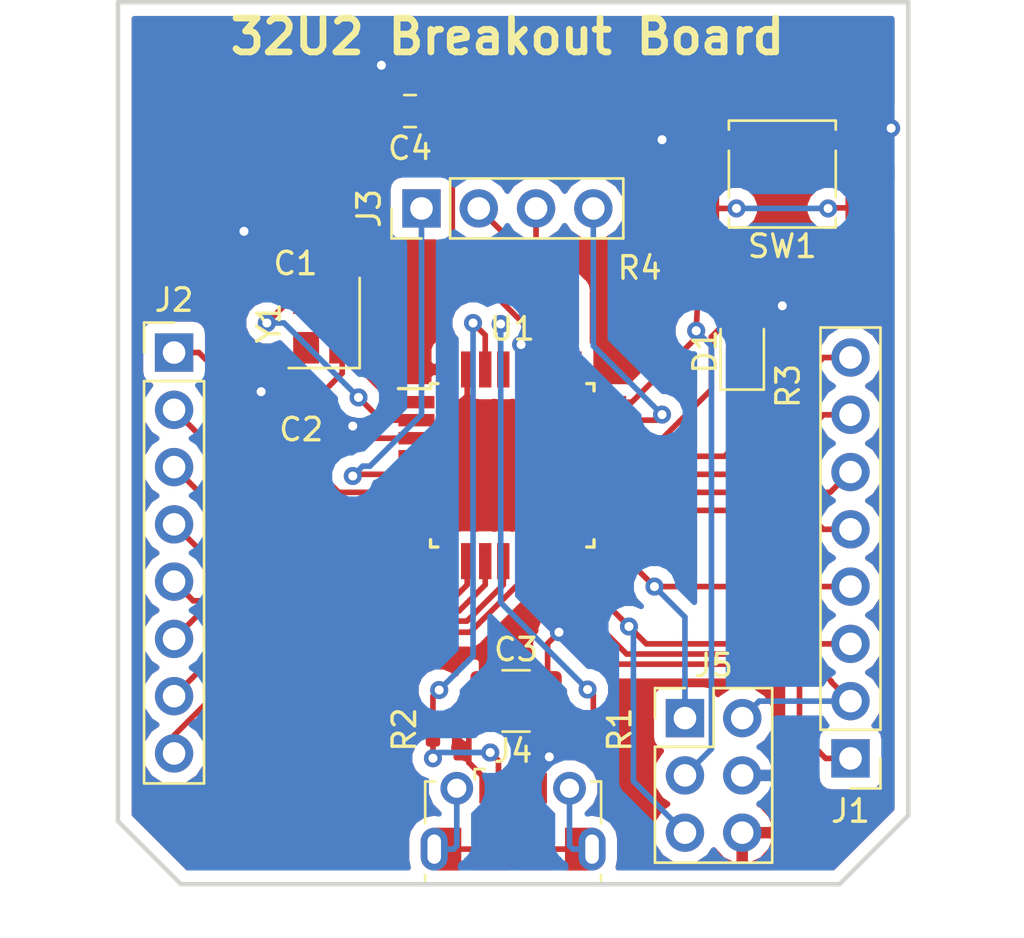
<source format=kicad_pcb>
(kicad_pcb (version 20171130) (host pcbnew "(5.0.0)")

  (general
    (thickness 1.6)
    (drawings 10)
    (tracks 215)
    (zones 0)
    (modules 17)
    (nets 37)
  )

  (page A4)
  (title_block
    (title "32U2 Breakout Board")
    (date 2019-01-08)
    (rev 1.1)
  )

  (layers
    (0 F.Cu signal)
    (31 B.Cu signal)
    (32 B.Adhes user)
    (33 F.Adhes user)
    (34 B.Paste user)
    (35 F.Paste user)
    (36 B.SilkS user)
    (37 F.SilkS user)
    (38 B.Mask user)
    (39 F.Mask user)
    (40 Dwgs.User user)
    (41 Cmts.User user)
    (42 Eco1.User user)
    (43 Eco2.User user)
    (44 Edge.Cuts user)
    (45 Margin user)
    (46 B.CrtYd user)
    (47 F.CrtYd user)
    (48 B.Fab user)
    (49 F.Fab user)
  )

  (setup
    (last_trace_width 0.25)
    (trace_clearance 0.2)
    (zone_clearance 0.508)
    (zone_45_only no)
    (trace_min 0.2)
    (segment_width 0.2)
    (edge_width 0.15)
    (via_size 0.8)
    (via_drill 0.4)
    (via_min_size 0.4)
    (via_min_drill 0.3)
    (uvia_size 0.3)
    (uvia_drill 0.1)
    (uvias_allowed no)
    (uvia_min_size 0.2)
    (uvia_min_drill 0.1)
    (pcb_text_width 0.3)
    (pcb_text_size 1.5 1.5)
    (mod_edge_width 0.15)
    (mod_text_size 1 1)
    (mod_text_width 0.15)
    (pad_size 1.524 1.524)
    (pad_drill 0.762)
    (pad_to_mask_clearance 0.2)
    (aux_axis_origin 0 0)
    (visible_elements 7FFFFFFF)
    (pcbplotparams
      (layerselection 0x010fc_ffffffff)
      (usegerberextensions false)
      (usegerberattributes false)
      (usegerberadvancedattributes false)
      (creategerberjobfile false)
      (excludeedgelayer true)
      (linewidth 0.100000)
      (plotframeref false)
      (viasonmask false)
      (mode 1)
      (useauxorigin false)
      (hpglpennumber 1)
      (hpglpenspeed 20)
      (hpglpendiameter 15.000000)
      (psnegative false)
      (psa4output false)
      (plotreference true)
      (plotvalue true)
      (plotinvisibletext false)
      (padsonsilk false)
      (subtractmaskfromsilk false)
      (outputformat 1)
      (mirror false)
      (drillshape 0)
      (scaleselection 1)
      (outputdirectory "gerber/"))
  )

  (net 0 "")
  (net 1 "Net-(R1-Pad1)")
  (net 2 "Net-(J4-Pad3)")
  (net 3 "Net-(J4-Pad2)")
  (net 4 "Net-(R2-Pad1)")
  (net 5 "Net-(D1-Pad1)")
  (net 6 GND)
  (net 7 VCC)
  (net 8 "Net-(C2-Pad1)")
  (net 9 "Net-(C1-Pad1)")
  (net 10 "Net-(J3-Pad1)")
  (net 11 "Net-(J2-Pad1)")
  (net 12 "Net-(J2-Pad2)")
  (net 13 "Net-(J2-Pad3)")
  (net 14 "Net-(J2-Pad4)")
  (net 15 "Net-(J2-Pad5)")
  (net 16 "Net-(J2-Pad6)")
  (net 17 "Net-(J2-Pad7)")
  (net 18 "Net-(J2-Pad8)")
  (net 19 "Net-(J1-Pad1)")
  (net 20 "Net-(J1-Pad2)")
  (net 21 "Net-(J1-Pad3)")
  (net 22 "Net-(J1-Pad4)")
  (net 23 "Net-(J1-Pad5)")
  (net 24 "Net-(J1-Pad6)")
  (net 25 "Net-(J1-Pad7)")
  (net 26 "Net-(J1-Pad8)")
  (net 27 "Net-(D1-Pad2)")
  (net 28 "Net-(J3-Pad4)")
  (net 29 "Net-(J3-Pad3)")
  (net 30 "Net-(J3-Pad2)")
  (net 31 "Net-(C4-Pad1)")
  (net 32 "Net-(J4-Pad6)")
  (net 33 "Net-(J4-Pad4)")
  (net 34 "Net-(J5-Pad3)")
  (net 35 "Net-(Y1-Pad2)")
  (net 36 "Net-(Y1-Pad4)")

  (net_class Default "This is the default net class."
    (clearance 0.2)
    (trace_width 0.25)
    (via_dia 0.8)
    (via_drill 0.4)
    (uvia_dia 0.3)
    (uvia_drill 0.1)
    (add_net GND)
    (add_net "Net-(C1-Pad1)")
    (add_net "Net-(C2-Pad1)")
    (add_net "Net-(C4-Pad1)")
    (add_net "Net-(D1-Pad1)")
    (add_net "Net-(D1-Pad2)")
    (add_net "Net-(J1-Pad1)")
    (add_net "Net-(J1-Pad2)")
    (add_net "Net-(J1-Pad3)")
    (add_net "Net-(J1-Pad4)")
    (add_net "Net-(J1-Pad5)")
    (add_net "Net-(J1-Pad6)")
    (add_net "Net-(J1-Pad7)")
    (add_net "Net-(J1-Pad8)")
    (add_net "Net-(J2-Pad1)")
    (add_net "Net-(J2-Pad2)")
    (add_net "Net-(J2-Pad3)")
    (add_net "Net-(J2-Pad4)")
    (add_net "Net-(J2-Pad5)")
    (add_net "Net-(J2-Pad6)")
    (add_net "Net-(J2-Pad7)")
    (add_net "Net-(J2-Pad8)")
    (add_net "Net-(J3-Pad1)")
    (add_net "Net-(J3-Pad2)")
    (add_net "Net-(J3-Pad3)")
    (add_net "Net-(J3-Pad4)")
    (add_net "Net-(J4-Pad2)")
    (add_net "Net-(J4-Pad3)")
    (add_net "Net-(J4-Pad4)")
    (add_net "Net-(J4-Pad6)")
    (add_net "Net-(J5-Pad3)")
    (add_net "Net-(R1-Pad1)")
    (add_net "Net-(R2-Pad1)")
    (add_net "Net-(Y1-Pad2)")
    (add_net "Net-(Y1-Pad4)")
    (add_net VCC)
  )

  (module Capacitor_SMD:C_0402_1005Metric (layer F.Cu) (tedit 5B301BBE) (tstamp 5C2518C8)
    (at 40.386 39.878 180)
    (descr "Capacitor SMD 0402 (1005 Metric), square (rectangular) end terminal, IPC_7351 nominal, (Body size source: http://www.tortai-tech.com/upload/download/2011102023233369053.pdf), generated with kicad-footprint-generator")
    (tags capacitor)
    (path /5C243514)
    (attr smd)
    (fp_text reference C1 (at 0 -1.17 180) (layer F.SilkS)
      (effects (font (size 1 1) (thickness 0.15)))
    )
    (fp_text value "22 pF" (at 0 1.17 180) (layer F.Fab)
      (effects (font (size 1 1) (thickness 0.15)))
    )
    (fp_line (start -0.5 0.25) (end -0.5 -0.25) (layer F.Fab) (width 0.1))
    (fp_line (start -0.5 -0.25) (end 0.5 -0.25) (layer F.Fab) (width 0.1))
    (fp_line (start 0.5 -0.25) (end 0.5 0.25) (layer F.Fab) (width 0.1))
    (fp_line (start 0.5 0.25) (end -0.5 0.25) (layer F.Fab) (width 0.1))
    (fp_line (start -0.93 0.47) (end -0.93 -0.47) (layer F.CrtYd) (width 0.05))
    (fp_line (start -0.93 -0.47) (end 0.93 -0.47) (layer F.CrtYd) (width 0.05))
    (fp_line (start 0.93 -0.47) (end 0.93 0.47) (layer F.CrtYd) (width 0.05))
    (fp_line (start 0.93 0.47) (end -0.93 0.47) (layer F.CrtYd) (width 0.05))
    (fp_text user %R (at 0 0 180) (layer F.Fab)
      (effects (font (size 0.25 0.25) (thickness 0.04)))
    )
    (pad 1 smd roundrect (at -0.485 0 180) (size 0.59 0.64) (layers F.Cu F.Paste F.Mask) (roundrect_rratio 0.25)
      (net 9 "Net-(C1-Pad1)"))
    (pad 2 smd roundrect (at 0.485 0 180) (size 0.59 0.64) (layers F.Cu F.Paste F.Mask) (roundrect_rratio 0.25)
      (net 6 GND))
    (model ${KISYS3DMOD}/Capacitor_SMD.3dshapes/C_0402_1005Metric.wrl
      (at (xyz 0 0 0))
      (scale (xyz 1 1 1))
      (rotate (xyz 0 0 0))
    )
  )

  (module Crystal:Crystal_SMD_SeikoEpson_TSX3225-4Pin_3.2x2.5mm (layer F.Cu) (tedit 5A0FD1B2) (tstamp 5C377A51)
    (at 41.656 43.688 90)
    (descr "crystal Epson Toyocom TSX-3225 series http://www.mouser.com/ds/2/137/1721499-465440.pdf, 3.2x2.5mm^2 package")
    (tags "SMD SMT crystal")
    (path /5C35EF93)
    (attr smd)
    (fp_text reference Y1 (at 0 -2.45 90) (layer F.SilkS)
      (effects (font (size 1 1) (thickness 0.15)))
    )
    (fp_text value "16 MHz" (at 0 2.45 90) (layer F.Fab)
      (effects (font (size 1 1) (thickness 0.15)))
    )
    (fp_text user %R (at 0 0 90) (layer F.Fab)
      (effects (font (size 0.7 0.7) (thickness 0.105)))
    )
    (fp_line (start -1.5 -1.25) (end 1.5 -1.25) (layer F.Fab) (width 0.1))
    (fp_line (start 1.5 -1.25) (end 1.6 -1.15) (layer F.Fab) (width 0.1))
    (fp_line (start 1.6 -1.15) (end 1.6 1.15) (layer F.Fab) (width 0.1))
    (fp_line (start 1.6 1.15) (end 1.5 1.25) (layer F.Fab) (width 0.1))
    (fp_line (start 1.5 1.25) (end -1.5 1.25) (layer F.Fab) (width 0.1))
    (fp_line (start -1.5 1.25) (end -1.6 1.15) (layer F.Fab) (width 0.1))
    (fp_line (start -1.6 1.15) (end -1.6 -1.15) (layer F.Fab) (width 0.1))
    (fp_line (start -1.6 -1.15) (end -1.5 -1.25) (layer F.Fab) (width 0.1))
    (fp_line (start -1.6 0.25) (end -0.6 1.25) (layer F.Fab) (width 0.1))
    (fp_line (start -2 -1.575) (end -2 1.575) (layer F.SilkS) (width 0.12))
    (fp_line (start -2 1.575) (end 2 1.575) (layer F.SilkS) (width 0.12))
    (fp_line (start -2.1 -1.7) (end -2.1 1.7) (layer F.CrtYd) (width 0.05))
    (fp_line (start -2.1 1.7) (end 2.1 1.7) (layer F.CrtYd) (width 0.05))
    (fp_line (start 2.1 1.7) (end 2.1 -1.7) (layer F.CrtYd) (width 0.05))
    (fp_line (start 2.1 -1.7) (end -2.1 -1.7) (layer F.CrtYd) (width 0.05))
    (pad 1 smd rect (at -1.1 0.8 90) (size 1.4 1.15) (layers F.Cu F.Paste F.Mask)
      (net 8 "Net-(C2-Pad1)"))
    (pad 2 smd rect (at 1.1 0.8 90) (size 1.4 1.15) (layers F.Cu F.Paste F.Mask)
      (net 35 "Net-(Y1-Pad2)"))
    (pad 3 smd rect (at 1.1 -0.8 90) (size 1.4 1.15) (layers F.Cu F.Paste F.Mask)
      (net 9 "Net-(C1-Pad1)"))
    (pad 4 smd rect (at -1.1 -0.8 90) (size 1.4 1.15) (layers F.Cu F.Paste F.Mask)
      (net 36 "Net-(Y1-Pad4)"))
    (model ${KISYS3DMOD}/Crystal.3dshapes/Crystal_SMD_SeikoEpson_TSX3225-4Pin_3.2x2.5mm.wrl
      (at (xyz 0 0 0))
      (scale (xyz 1 1 1))
      (rotate (xyz 0 0 0))
    )
  )

  (module Connector_PinHeader_2.54mm:PinHeader_2x03_P2.54mm_Vertical (layer F.Cu) (tedit 59FED5CC) (tstamp 5C374467)
    (at 57.658 61.214)
    (descr "Through hole straight pin header, 2x03, 2.54mm pitch, double rows")
    (tags "Through hole pin header THT 2x03 2.54mm double row")
    (path /5C355306)
    (fp_text reference J5 (at 1.27 -2.33) (layer F.SilkS)
      (effects (font (size 1 1) (thickness 0.15)))
    )
    (fp_text value Conn_02x03_Counter_Clockwise (at 1.27 7.41) (layer F.Fab)
      (effects (font (size 1 1) (thickness 0.15)))
    )
    (fp_text user %R (at 1.27 2.54 90) (layer F.Fab)
      (effects (font (size 1 1) (thickness 0.15)))
    )
    (fp_line (start 4.35 -1.8) (end -1.8 -1.8) (layer F.CrtYd) (width 0.05))
    (fp_line (start 4.35 6.85) (end 4.35 -1.8) (layer F.CrtYd) (width 0.05))
    (fp_line (start -1.8 6.85) (end 4.35 6.85) (layer F.CrtYd) (width 0.05))
    (fp_line (start -1.8 -1.8) (end -1.8 6.85) (layer F.CrtYd) (width 0.05))
    (fp_line (start -1.33 -1.33) (end 0 -1.33) (layer F.SilkS) (width 0.12))
    (fp_line (start -1.33 0) (end -1.33 -1.33) (layer F.SilkS) (width 0.12))
    (fp_line (start 1.27 -1.33) (end 3.87 -1.33) (layer F.SilkS) (width 0.12))
    (fp_line (start 1.27 1.27) (end 1.27 -1.33) (layer F.SilkS) (width 0.12))
    (fp_line (start -1.33 1.27) (end 1.27 1.27) (layer F.SilkS) (width 0.12))
    (fp_line (start 3.87 -1.33) (end 3.87 6.41) (layer F.SilkS) (width 0.12))
    (fp_line (start -1.33 1.27) (end -1.33 6.41) (layer F.SilkS) (width 0.12))
    (fp_line (start -1.33 6.41) (end 3.87 6.41) (layer F.SilkS) (width 0.12))
    (fp_line (start -1.27 0) (end 0 -1.27) (layer F.Fab) (width 0.1))
    (fp_line (start -1.27 6.35) (end -1.27 0) (layer F.Fab) (width 0.1))
    (fp_line (start 3.81 6.35) (end -1.27 6.35) (layer F.Fab) (width 0.1))
    (fp_line (start 3.81 -1.27) (end 3.81 6.35) (layer F.Fab) (width 0.1))
    (fp_line (start 0 -1.27) (end 3.81 -1.27) (layer F.Fab) (width 0.1))
    (pad 6 thru_hole oval (at 2.54 5.08) (size 1.7 1.7) (drill 1) (layers *.Cu *.Mask)
      (net 7 VCC))
    (pad 5 thru_hole oval (at 0 5.08) (size 1.7 1.7) (drill 1) (layers *.Cu *.Mask)
      (net 21 "Net-(J1-Pad3)"))
    (pad 4 thru_hole oval (at 2.54 2.54) (size 1.7 1.7) (drill 1) (layers *.Cu *.Mask)
      (net 6 GND))
    (pad 3 thru_hole oval (at 0 2.54) (size 1.7 1.7) (drill 1) (layers *.Cu *.Mask)
      (net 34 "Net-(J5-Pad3)"))
    (pad 2 thru_hole oval (at 2.54 0) (size 1.7 1.7) (drill 1) (layers *.Cu *.Mask)
      (net 20 "Net-(J1-Pad2)"))
    (pad 1 thru_hole rect (at 0 0) (size 1.7 1.7) (drill 1) (layers *.Cu *.Mask)
      (net 22 "Net-(J1-Pad4)"))
    (model ${KISYS3DMOD}/Connector_PinHeader_2.54mm.3dshapes/PinHeader_2x03_P2.54mm_Vertical.wrl
      (at (xyz 0 0 0))
      (scale (xyz 1 1 1))
      (rotate (xyz 0 0 0))
    )
  )

  (module Button_Switch_SMD:SW_SPST_TL3305A (layer F.Cu) (tedit 5ABC3A97) (tstamp 5C25203A)
    (at 61.976 37.084 180)
    (descr https://www.e-switch.com/system/asset/product_line/data_sheet/213/TL3305.pdf)
    (tags "TL3305 Series Tact Switch")
    (path /5C25497A)
    (attr smd)
    (fp_text reference SW1 (at 0 -3.2 180) (layer F.SilkS)
      (effects (font (size 1 1) (thickness 0.15)))
    )
    (fp_text value SW_DIP_x01 (at 0 3.2 180) (layer F.Fab)
      (effects (font (size 1 1) (thickness 0.15)))
    )
    (fp_line (start -3 1.15) (end -3 1.85) (layer F.Fab) (width 0.1))
    (fp_line (start -3 -1.85) (end -3 -1.15) (layer F.Fab) (width 0.1))
    (fp_line (start 3 1.15) (end 3 1.85) (layer F.Fab) (width 0.1))
    (fp_line (start 3 -1.85) (end 3 -1.15) (layer F.Fab) (width 0.1))
    (fp_line (start -3.75 1.85) (end -2.25 1.85) (layer F.Fab) (width 0.1))
    (fp_line (start -3.75 1.15) (end -3.75 1.85) (layer F.Fab) (width 0.1))
    (fp_line (start -2.25 1.15) (end -3.75 1.15) (layer F.Fab) (width 0.1))
    (fp_line (start -3.75 -1.15) (end -2.25 -1.15) (layer F.Fab) (width 0.1))
    (fp_line (start -3.75 -1.85) (end -3.75 -1.15) (layer F.Fab) (width 0.1))
    (fp_line (start -2.25 -1.85) (end -3.75 -1.85) (layer F.Fab) (width 0.1))
    (fp_line (start 3.75 1.85) (end 2.25 1.85) (layer F.Fab) (width 0.1))
    (fp_line (start 3.75 1.15) (end 3.75 1.85) (layer F.Fab) (width 0.1))
    (fp_line (start 2.25 1.15) (end 3.75 1.15) (layer F.Fab) (width 0.1))
    (fp_line (start 3.75 -1.85) (end 2.25 -1.85) (layer F.Fab) (width 0.1))
    (fp_line (start 3.75 -1.15) (end 3.75 -1.85) (layer F.Fab) (width 0.1))
    (fp_line (start 2.25 -1.15) (end 3.75 -1.15) (layer F.Fab) (width 0.1))
    (fp_circle (center 0 0) (end 1.25 0) (layer F.Fab) (width 0.1))
    (fp_line (start -2.25 2.25) (end -2.25 -2.25) (layer F.Fab) (width 0.1))
    (fp_line (start 2.25 2.25) (end -2.25 2.25) (layer F.Fab) (width 0.1))
    (fp_line (start 2.25 -2.25) (end 2.25 2.25) (layer F.Fab) (width 0.1))
    (fp_line (start -2.25 -2.25) (end 2.25 -2.25) (layer F.Fab) (width 0.1))
    (fp_text user %R (at 0 0 180) (layer F.Fab)
      (effects (font (size 0.5 0.5) (thickness 0.075)))
    )
    (fp_line (start -2.37 -2.37) (end 2.37 -2.37) (layer F.SilkS) (width 0.12))
    (fp_line (start -2.37 -2.37) (end -2.37 -1.97) (layer F.SilkS) (width 0.12))
    (fp_line (start 2.37 -2.37) (end 2.37 -1.97) (layer F.SilkS) (width 0.12))
    (fp_line (start -2.37 2.37) (end -2.37 1.97) (layer F.SilkS) (width 0.12))
    (fp_line (start -2.37 2.37) (end 2.37 2.37) (layer F.SilkS) (width 0.12))
    (fp_line (start 2.37 2.37) (end 2.37 1.97) (layer F.SilkS) (width 0.12))
    (fp_line (start 2.37 1.03) (end 2.37 -1.03) (layer F.SilkS) (width 0.12))
    (fp_line (start -2.37 1.03) (end -2.37 -1.03) (layer F.SilkS) (width 0.12))
    (fp_line (start 4.65 -2.5) (end 4.65 2.5) (layer F.CrtYd) (width 0.05))
    (fp_line (start 4.65 2.5) (end -4.65 2.5) (layer F.CrtYd) (width 0.05))
    (fp_line (start -4.65 2.5) (end -4.65 -2.5) (layer F.CrtYd) (width 0.05))
    (fp_line (start -4.65 -2.5) (end 4.65 -2.5) (layer F.CrtYd) (width 0.05))
    (pad 1 smd rect (at 3.6 -1.5 180) (size 1.6 1.4) (layers F.Cu F.Paste F.Mask)
      (net 34 "Net-(J5-Pad3)"))
    (pad 1 smd rect (at -3.6 -1.5 180) (size 1.6 1.4) (layers F.Cu F.Paste F.Mask)
      (net 34 "Net-(J5-Pad3)"))
    (pad 2 smd rect (at 3.6 1.5 180) (size 1.6 1.4) (layers F.Cu F.Paste F.Mask)
      (net 6 GND))
    (pad 2 smd rect (at -3.6 1.5 180) (size 1.6 1.4) (layers F.Cu F.Paste F.Mask)
      (net 6 GND))
    (model ${KISYS3DMOD}/Button_Switch_SMD.3dshapes/SW_SPST_TL3305A.wrl
      (at (xyz 0 0 0))
      (scale (xyz 1 1 1))
      (rotate (xyz 0 0 0))
    )
  )

  (module Capacitor_SMD:C_0402_1005Metric (layer F.Cu) (tedit 5B301BBE) (tstamp 5C2518D7)
    (at 40.64 47.244 180)
    (descr "Capacitor SMD 0402 (1005 Metric), square (rectangular) end terminal, IPC_7351 nominal, (Body size source: http://www.tortai-tech.com/upload/download/2011102023233369053.pdf), generated with kicad-footprint-generator")
    (tags capacitor)
    (path /5C2435FE)
    (attr smd)
    (fp_text reference C2 (at 0 -1.17 180) (layer F.SilkS)
      (effects (font (size 1 1) (thickness 0.15)))
    )
    (fp_text value "22 pF" (at 0 1.17 180) (layer F.Fab)
      (effects (font (size 1 1) (thickness 0.15)))
    )
    (fp_text user %R (at 0 0 180) (layer F.Fab)
      (effects (font (size 0.25 0.25) (thickness 0.04)))
    )
    (fp_line (start 0.93 0.47) (end -0.93 0.47) (layer F.CrtYd) (width 0.05))
    (fp_line (start 0.93 -0.47) (end 0.93 0.47) (layer F.CrtYd) (width 0.05))
    (fp_line (start -0.93 -0.47) (end 0.93 -0.47) (layer F.CrtYd) (width 0.05))
    (fp_line (start -0.93 0.47) (end -0.93 -0.47) (layer F.CrtYd) (width 0.05))
    (fp_line (start 0.5 0.25) (end -0.5 0.25) (layer F.Fab) (width 0.1))
    (fp_line (start 0.5 -0.25) (end 0.5 0.25) (layer F.Fab) (width 0.1))
    (fp_line (start -0.5 -0.25) (end 0.5 -0.25) (layer F.Fab) (width 0.1))
    (fp_line (start -0.5 0.25) (end -0.5 -0.25) (layer F.Fab) (width 0.1))
    (pad 2 smd roundrect (at 0.485 0 180) (size 0.59 0.64) (layers F.Cu F.Paste F.Mask) (roundrect_rratio 0.25)
      (net 6 GND))
    (pad 1 smd roundrect (at -0.485 0 180) (size 0.59 0.64) (layers F.Cu F.Paste F.Mask) (roundrect_rratio 0.25)
      (net 8 "Net-(C2-Pad1)"))
    (model ${KISYS3DMOD}/Capacitor_SMD.3dshapes/C_0402_1005Metric.wrl
      (at (xyz 0 0 0))
      (scale (xyz 1 1 1))
      (rotate (xyz 0 0 0))
    )
  )

  (module Capacitor_SMD:C_0805_2012Metric (layer F.Cu) (tedit 5B36C52B) (tstamp 5C2529C3)
    (at 45.466 34.29 180)
    (descr "Capacitor SMD 0805 (2012 Metric), square (rectangular) end terminal, IPC_7351 nominal, (Body size source: https://docs.google.com/spreadsheets/d/1BsfQQcO9C6DZCsRaXUlFlo91Tg2WpOkGARC1WS5S8t0/edit?usp=sharing), generated with kicad-footprint-generator")
    (tags capacitor)
    (path /5C245008)
    (attr smd)
    (fp_text reference C4 (at 0 -1.65 180) (layer F.SilkS)
      (effects (font (size 1 1) (thickness 0.15)))
    )
    (fp_text value 1uF (at 0 1.65 180) (layer F.Fab)
      (effects (font (size 1 1) (thickness 0.15)))
    )
    (fp_line (start -1 0.6) (end -1 -0.6) (layer F.Fab) (width 0.1))
    (fp_line (start -1 -0.6) (end 1 -0.6) (layer F.Fab) (width 0.1))
    (fp_line (start 1 -0.6) (end 1 0.6) (layer F.Fab) (width 0.1))
    (fp_line (start 1 0.6) (end -1 0.6) (layer F.Fab) (width 0.1))
    (fp_line (start -0.258578 -0.71) (end 0.258578 -0.71) (layer F.SilkS) (width 0.12))
    (fp_line (start -0.258578 0.71) (end 0.258578 0.71) (layer F.SilkS) (width 0.12))
    (fp_line (start -1.68 0.95) (end -1.68 -0.95) (layer F.CrtYd) (width 0.05))
    (fp_line (start -1.68 -0.95) (end 1.68 -0.95) (layer F.CrtYd) (width 0.05))
    (fp_line (start 1.68 -0.95) (end 1.68 0.95) (layer F.CrtYd) (width 0.05))
    (fp_line (start 1.68 0.95) (end -1.68 0.95) (layer F.CrtYd) (width 0.05))
    (fp_text user %R (at 0 0 180) (layer F.Fab)
      (effects (font (size 0.5 0.5) (thickness 0.08)))
    )
    (pad 1 smd roundrect (at -0.9375 0 180) (size 0.975 1.4) (layers F.Cu F.Paste F.Mask) (roundrect_rratio 0.25)
      (net 31 "Net-(C4-Pad1)"))
    (pad 2 smd roundrect (at 0.9375 0 180) (size 0.975 1.4) (layers F.Cu F.Paste F.Mask) (roundrect_rratio 0.25)
      (net 6 GND))
    (model ${KISYS3DMOD}/Capacitor_SMD.3dshapes/C_0805_2012Metric.wrl
      (at (xyz 0 0 0))
      (scale (xyz 1 1 1))
      (rotate (xyz 0 0 0))
    )
  )

  (module Capacitor_SMD:C_1210_3225Metric (layer F.Cu) (tedit 5B301BBE) (tstamp 5C2528A1)
    (at 50.168 60.452)
    (descr "Capacitor SMD 1210 (3225 Metric), square (rectangular) end terminal, IPC_7351 nominal, (Body size source: http://www.tortai-tech.com/upload/download/2011102023233369053.pdf), generated with kicad-footprint-generator")
    (tags capacitor)
    (path /5C244668)
    (attr smd)
    (fp_text reference C3 (at 0 -2.28) (layer F.SilkS)
      (effects (font (size 1 1) (thickness 0.15)))
    )
    (fp_text value 10uF (at 0 2.28) (layer F.Fab)
      (effects (font (size 1 1) (thickness 0.15)))
    )
    (fp_line (start -1.6 1.25) (end -1.6 -1.25) (layer F.Fab) (width 0.1))
    (fp_line (start -1.6 -1.25) (end 1.6 -1.25) (layer F.Fab) (width 0.1))
    (fp_line (start 1.6 -1.25) (end 1.6 1.25) (layer F.Fab) (width 0.1))
    (fp_line (start 1.6 1.25) (end -1.6 1.25) (layer F.Fab) (width 0.1))
    (fp_line (start -0.602064 -1.36) (end 0.602064 -1.36) (layer F.SilkS) (width 0.12))
    (fp_line (start -0.602064 1.36) (end 0.602064 1.36) (layer F.SilkS) (width 0.12))
    (fp_line (start -2.28 1.58) (end -2.28 -1.58) (layer F.CrtYd) (width 0.05))
    (fp_line (start -2.28 -1.58) (end 2.28 -1.58) (layer F.CrtYd) (width 0.05))
    (fp_line (start 2.28 -1.58) (end 2.28 1.58) (layer F.CrtYd) (width 0.05))
    (fp_line (start 2.28 1.58) (end -2.28 1.58) (layer F.CrtYd) (width 0.05))
    (fp_text user %R (at 0 0) (layer F.Fab)
      (effects (font (size 0.8 0.8) (thickness 0.12)))
    )
    (pad 1 smd roundrect (at -1.4 0) (size 1.25 2.65) (layers F.Cu F.Paste F.Mask) (roundrect_rratio 0.2)
      (net 7 VCC))
    (pad 2 smd roundrect (at 1.4 0) (size 1.25 2.65) (layers F.Cu F.Paste F.Mask) (roundrect_rratio 0.2)
      (net 6 GND))
    (model ${KISYS3DMOD}/Capacitor_SMD.3dshapes/C_1210_3225Metric.wrl
      (at (xyz 0 0 0))
      (scale (xyz 1 1 1))
      (rotate (xyz 0 0 0))
    )
  )

  (module Connector_PinHeader_2.54mm:PinHeader_1x04_P2.54mm_Vertical (layer F.Cu) (tedit 59FED5CC) (tstamp 5C251897)
    (at 45.974 38.608 90)
    (descr "Through hole straight pin header, 1x04, 2.54mm pitch, single row")
    (tags "Through hole pin header THT 1x04 2.54mm single row")
    (path /5C24EC08)
    (fp_text reference J3 (at 0 -2.33 90) (layer F.SilkS)
      (effects (font (size 1 1) (thickness 0.15)))
    )
    (fp_text value Conn_01x04_Female (at 0 9.95 90) (layer F.Fab)
      (effects (font (size 1 1) (thickness 0.15)))
    )
    (fp_line (start -0.635 -1.27) (end 1.27 -1.27) (layer F.Fab) (width 0.1))
    (fp_line (start 1.27 -1.27) (end 1.27 8.89) (layer F.Fab) (width 0.1))
    (fp_line (start 1.27 8.89) (end -1.27 8.89) (layer F.Fab) (width 0.1))
    (fp_line (start -1.27 8.89) (end -1.27 -0.635) (layer F.Fab) (width 0.1))
    (fp_line (start -1.27 -0.635) (end -0.635 -1.27) (layer F.Fab) (width 0.1))
    (fp_line (start -1.33 8.95) (end 1.33 8.95) (layer F.SilkS) (width 0.12))
    (fp_line (start -1.33 1.27) (end -1.33 8.95) (layer F.SilkS) (width 0.12))
    (fp_line (start 1.33 1.27) (end 1.33 8.95) (layer F.SilkS) (width 0.12))
    (fp_line (start -1.33 1.27) (end 1.33 1.27) (layer F.SilkS) (width 0.12))
    (fp_line (start -1.33 0) (end -1.33 -1.33) (layer F.SilkS) (width 0.12))
    (fp_line (start -1.33 -1.33) (end 0 -1.33) (layer F.SilkS) (width 0.12))
    (fp_line (start -1.8 -1.8) (end -1.8 9.4) (layer F.CrtYd) (width 0.05))
    (fp_line (start -1.8 9.4) (end 1.8 9.4) (layer F.CrtYd) (width 0.05))
    (fp_line (start 1.8 9.4) (end 1.8 -1.8) (layer F.CrtYd) (width 0.05))
    (fp_line (start 1.8 -1.8) (end -1.8 -1.8) (layer F.CrtYd) (width 0.05))
    (fp_text user %R (at 0 3.81 180) (layer F.Fab)
      (effects (font (size 1 1) (thickness 0.15)))
    )
    (pad 1 thru_hole rect (at 0 0 90) (size 1.7 1.7) (drill 1) (layers *.Cu *.Mask)
      (net 10 "Net-(J3-Pad1)"))
    (pad 2 thru_hole oval (at 0 2.54 90) (size 1.7 1.7) (drill 1) (layers *.Cu *.Mask)
      (net 30 "Net-(J3-Pad2)"))
    (pad 3 thru_hole oval (at 0 5.08 90) (size 1.7 1.7) (drill 1) (layers *.Cu *.Mask)
      (net 29 "Net-(J3-Pad3)"))
    (pad 4 thru_hole oval (at 0 7.62 90) (size 1.7 1.7) (drill 1) (layers *.Cu *.Mask)
      (net 28 "Net-(J3-Pad4)"))
    (model ${KISYS3DMOD}/Connector_PinHeader_2.54mm.3dshapes/PinHeader_1x04_P2.54mm_Vertical.wrl
      (at (xyz 0 0 0))
      (scale (xyz 1 1 1))
      (rotate (xyz 0 0 0))
    )
  )

  (module Connector_PinHeader_2.54mm:PinHeader_1x08_P2.54mm_Vertical (layer F.Cu) (tedit 59FED5CC) (tstamp 5C25187F)
    (at 35 45)
    (descr "Through hole straight pin header, 1x08, 2.54mm pitch, single row")
    (tags "Through hole pin header THT 1x08 2.54mm single row")
    (path /5C24DBAF)
    (fp_text reference J2 (at 0 -2.33) (layer F.SilkS)
      (effects (font (size 1 1) (thickness 0.15)))
    )
    (fp_text value Conn_01x08_Female (at 0 20.11) (layer F.Fab)
      (effects (font (size 1 1) (thickness 0.15)))
    )
    (fp_text user %R (at 0 8.89 90) (layer F.Fab)
      (effects (font (size 1 1) (thickness 0.15)))
    )
    (fp_line (start 1.8 -1.8) (end -1.8 -1.8) (layer F.CrtYd) (width 0.05))
    (fp_line (start 1.8 19.55) (end 1.8 -1.8) (layer F.CrtYd) (width 0.05))
    (fp_line (start -1.8 19.55) (end 1.8 19.55) (layer F.CrtYd) (width 0.05))
    (fp_line (start -1.8 -1.8) (end -1.8 19.55) (layer F.CrtYd) (width 0.05))
    (fp_line (start -1.33 -1.33) (end 0 -1.33) (layer F.SilkS) (width 0.12))
    (fp_line (start -1.33 0) (end -1.33 -1.33) (layer F.SilkS) (width 0.12))
    (fp_line (start -1.33 1.27) (end 1.33 1.27) (layer F.SilkS) (width 0.12))
    (fp_line (start 1.33 1.27) (end 1.33 19.11) (layer F.SilkS) (width 0.12))
    (fp_line (start -1.33 1.27) (end -1.33 19.11) (layer F.SilkS) (width 0.12))
    (fp_line (start -1.33 19.11) (end 1.33 19.11) (layer F.SilkS) (width 0.12))
    (fp_line (start -1.27 -0.635) (end -0.635 -1.27) (layer F.Fab) (width 0.1))
    (fp_line (start -1.27 19.05) (end -1.27 -0.635) (layer F.Fab) (width 0.1))
    (fp_line (start 1.27 19.05) (end -1.27 19.05) (layer F.Fab) (width 0.1))
    (fp_line (start 1.27 -1.27) (end 1.27 19.05) (layer F.Fab) (width 0.1))
    (fp_line (start -0.635 -1.27) (end 1.27 -1.27) (layer F.Fab) (width 0.1))
    (pad 8 thru_hole oval (at 0 17.78) (size 1.7 1.7) (drill 1) (layers *.Cu *.Mask)
      (net 18 "Net-(J2-Pad8)"))
    (pad 7 thru_hole oval (at 0 15.24) (size 1.7 1.7) (drill 1) (layers *.Cu *.Mask)
      (net 17 "Net-(J2-Pad7)"))
    (pad 6 thru_hole oval (at 0 12.7) (size 1.7 1.7) (drill 1) (layers *.Cu *.Mask)
      (net 16 "Net-(J2-Pad6)"))
    (pad 5 thru_hole oval (at 0 10.16) (size 1.7 1.7) (drill 1) (layers *.Cu *.Mask)
      (net 15 "Net-(J2-Pad5)"))
    (pad 4 thru_hole oval (at 0 7.62) (size 1.7 1.7) (drill 1) (layers *.Cu *.Mask)
      (net 14 "Net-(J2-Pad4)"))
    (pad 3 thru_hole oval (at 0 5.08) (size 1.7 1.7) (drill 1) (layers *.Cu *.Mask)
      (net 13 "Net-(J2-Pad3)"))
    (pad 2 thru_hole oval (at 0 2.54) (size 1.7 1.7) (drill 1) (layers *.Cu *.Mask)
      (net 12 "Net-(J2-Pad2)"))
    (pad 1 thru_hole rect (at 0 0) (size 1.7 1.7) (drill 1) (layers *.Cu *.Mask)
      (net 11 "Net-(J2-Pad1)"))
    (model ${KISYS3DMOD}/Connector_PinHeader_2.54mm.3dshapes/PinHeader_1x08_P2.54mm_Vertical.wrl
      (at (xyz 0 0 0))
      (scale (xyz 1 1 1))
      (rotate (xyz 0 0 0))
    )
  )

  (module Connector_PinHeader_2.54mm:PinHeader_1x08_P2.54mm_Vertical (layer F.Cu) (tedit 59FED5CC) (tstamp 5C251863)
    (at 65 63 180)
    (descr "Through hole straight pin header, 1x08, 2.54mm pitch, single row")
    (tags "Through hole pin header THT 1x08 2.54mm single row")
    (path /5C24EB87)
    (fp_text reference J1 (at 0 -2.33 180) (layer F.SilkS)
      (effects (font (size 1 1) (thickness 0.15)))
    )
    (fp_text value Conn_01x08_Female (at 0 20.11 180) (layer F.Fab)
      (effects (font (size 1 1) (thickness 0.15)))
    )
    (fp_line (start -0.635 -1.27) (end 1.27 -1.27) (layer F.Fab) (width 0.1))
    (fp_line (start 1.27 -1.27) (end 1.27 19.05) (layer F.Fab) (width 0.1))
    (fp_line (start 1.27 19.05) (end -1.27 19.05) (layer F.Fab) (width 0.1))
    (fp_line (start -1.27 19.05) (end -1.27 -0.635) (layer F.Fab) (width 0.1))
    (fp_line (start -1.27 -0.635) (end -0.635 -1.27) (layer F.Fab) (width 0.1))
    (fp_line (start -1.33 19.11) (end 1.33 19.11) (layer F.SilkS) (width 0.12))
    (fp_line (start -1.33 1.27) (end -1.33 19.11) (layer F.SilkS) (width 0.12))
    (fp_line (start 1.33 1.27) (end 1.33 19.11) (layer F.SilkS) (width 0.12))
    (fp_line (start -1.33 1.27) (end 1.33 1.27) (layer F.SilkS) (width 0.12))
    (fp_line (start -1.33 0) (end -1.33 -1.33) (layer F.SilkS) (width 0.12))
    (fp_line (start -1.33 -1.33) (end 0 -1.33) (layer F.SilkS) (width 0.12))
    (fp_line (start -1.8 -1.8) (end -1.8 19.55) (layer F.CrtYd) (width 0.05))
    (fp_line (start -1.8 19.55) (end 1.8 19.55) (layer F.CrtYd) (width 0.05))
    (fp_line (start 1.8 19.55) (end 1.8 -1.8) (layer F.CrtYd) (width 0.05))
    (fp_line (start 1.8 -1.8) (end -1.8 -1.8) (layer F.CrtYd) (width 0.05))
    (fp_text user %R (at 0 8.89 270) (layer F.Fab)
      (effects (font (size 1 1) (thickness 0.15)))
    )
    (pad 1 thru_hole rect (at 0 0 180) (size 1.7 1.7) (drill 1) (layers *.Cu *.Mask)
      (net 19 "Net-(J1-Pad1)"))
    (pad 2 thru_hole oval (at 0 2.54 180) (size 1.7 1.7) (drill 1) (layers *.Cu *.Mask)
      (net 20 "Net-(J1-Pad2)"))
    (pad 3 thru_hole oval (at 0 5.08 180) (size 1.7 1.7) (drill 1) (layers *.Cu *.Mask)
      (net 21 "Net-(J1-Pad3)"))
    (pad 4 thru_hole oval (at 0 7.62 180) (size 1.7 1.7) (drill 1) (layers *.Cu *.Mask)
      (net 22 "Net-(J1-Pad4)"))
    (pad 5 thru_hole oval (at 0 10.16 180) (size 1.7 1.7) (drill 1) (layers *.Cu *.Mask)
      (net 23 "Net-(J1-Pad5)"))
    (pad 6 thru_hole oval (at 0 12.7 180) (size 1.7 1.7) (drill 1) (layers *.Cu *.Mask)
      (net 24 "Net-(J1-Pad6)"))
    (pad 7 thru_hole oval (at 0 15.24 180) (size 1.7 1.7) (drill 1) (layers *.Cu *.Mask)
      (net 25 "Net-(J1-Pad7)"))
    (pad 8 thru_hole oval (at 0 17.78 180) (size 1.7 1.7) (drill 1) (layers *.Cu *.Mask)
      (net 26 "Net-(J1-Pad8)"))
    (model ${KISYS3DMOD}/Connector_PinHeader_2.54mm.3dshapes/PinHeader_1x08_P2.54mm_Vertical.wrl
      (at (xyz 0 0 0))
      (scale (xyz 1 1 1))
      (rotate (xyz 0 0 0))
    )
  )

  (module Connector_USB:USB_Micro-B_Molex-105017-0001 (layer F.Cu) (tedit 5A1DC0BE) (tstamp 5C251847)
    (at 50.038 65.786)
    (descr http://www.molex.com/pdm_docs/sd/1050170001_sd.pdf)
    (tags "Micro-USB SMD Typ-B")
    (path /5C243A6C)
    (attr smd)
    (fp_text reference J4 (at 0 -3.1125) (layer F.SilkS)
      (effects (font (size 1 1) (thickness 0.15)))
    )
    (fp_text value USB_B_Micro (at 0.3 4.3375) (layer F.Fab)
      (effects (font (size 1 1) (thickness 0.15)))
    )
    (fp_text user "PCB Edge" (at 0 2.6875) (layer Dwgs.User)
      (effects (font (size 0.5 0.5) (thickness 0.08)))
    )
    (fp_text user %R (at 0 0.8875) (layer F.Fab)
      (effects (font (size 1 1) (thickness 0.15)))
    )
    (fp_line (start -4.4 3.64) (end 4.4 3.64) (layer F.CrtYd) (width 0.05))
    (fp_line (start 4.4 -2.46) (end 4.4 3.64) (layer F.CrtYd) (width 0.05))
    (fp_line (start -4.4 -2.46) (end 4.4 -2.46) (layer F.CrtYd) (width 0.05))
    (fp_line (start -4.4 3.64) (end -4.4 -2.46) (layer F.CrtYd) (width 0.05))
    (fp_line (start -3.9 -1.7625) (end -3.45 -1.7625) (layer F.SilkS) (width 0.12))
    (fp_line (start -3.9 0.0875) (end -3.9 -1.7625) (layer F.SilkS) (width 0.12))
    (fp_line (start 3.9 2.6375) (end 3.9 2.3875) (layer F.SilkS) (width 0.12))
    (fp_line (start 3.75 3.3875) (end 3.75 -1.6125) (layer F.Fab) (width 0.1))
    (fp_line (start -3 2.689204) (end 3 2.689204) (layer F.Fab) (width 0.1))
    (fp_line (start -3.75 3.389204) (end 3.75 3.389204) (layer F.Fab) (width 0.1))
    (fp_line (start -3.75 -1.6125) (end 3.75 -1.6125) (layer F.Fab) (width 0.1))
    (fp_line (start -3.75 3.3875) (end -3.75 -1.6125) (layer F.Fab) (width 0.1))
    (fp_line (start -3.9 2.6375) (end -3.9 2.3875) (layer F.SilkS) (width 0.12))
    (fp_line (start 3.9 0.0875) (end 3.9 -1.7625) (layer F.SilkS) (width 0.12))
    (fp_line (start 3.9 -1.7625) (end 3.45 -1.7625) (layer F.SilkS) (width 0.12))
    (fp_line (start -1.7 -2.3125) (end -1.25 -2.3125) (layer F.SilkS) (width 0.12))
    (fp_line (start -1.7 -2.3125) (end -1.7 -1.8625) (layer F.SilkS) (width 0.12))
    (fp_line (start -1.3 -1.7125) (end -1.5 -1.9125) (layer F.Fab) (width 0.1))
    (fp_line (start -1.1 -1.9125) (end -1.3 -1.7125) (layer F.Fab) (width 0.1))
    (fp_line (start -1.5 -2.1225) (end -1.1 -2.1225) (layer F.Fab) (width 0.1))
    (fp_line (start -1.5 -2.1225) (end -1.5 -1.9125) (layer F.Fab) (width 0.1))
    (fp_line (start -1.1 -2.1225) (end -1.1 -1.9125) (layer F.Fab) (width 0.1))
    (pad 6 smd rect (at 1 1.2375) (size 1.5 1.9) (layers F.Cu F.Paste F.Mask)
      (net 32 "Net-(J4-Pad6)"))
    (pad 6 thru_hole circle (at -2.5 -1.4625) (size 1.45 1.45) (drill 0.85) (layers *.Cu *.Mask)
      (net 32 "Net-(J4-Pad6)"))
    (pad 2 smd rect (at -0.65 -1.4625) (size 0.4 1.35) (layers F.Cu F.Paste F.Mask)
      (net 3 "Net-(J4-Pad2)"))
    (pad 1 smd rect (at -1.3 -1.4625) (size 0.4 1.35) (layers F.Cu F.Paste F.Mask)
      (net 7 VCC))
    (pad 5 smd rect (at 1.3 -1.4625) (size 0.4 1.35) (layers F.Cu F.Paste F.Mask)
      (net 6 GND))
    (pad 4 smd rect (at 0.65 -1.4625) (size 0.4 1.35) (layers F.Cu F.Paste F.Mask)
      (net 33 "Net-(J4-Pad4)"))
    (pad 3 smd rect (at 0 -1.4625) (size 0.4 1.35) (layers F.Cu F.Paste F.Mask)
      (net 2 "Net-(J4-Pad3)"))
    (pad 6 thru_hole circle (at 2.5 -1.4625) (size 1.45 1.45) (drill 0.85) (layers *.Cu *.Mask)
      (net 32 "Net-(J4-Pad6)"))
    (pad 6 smd rect (at -1 1.2375) (size 1.5 1.9) (layers F.Cu F.Paste F.Mask)
      (net 32 "Net-(J4-Pad6)"))
    (pad 6 thru_hole oval (at -3.5 1.2375 180) (size 1.2 1.9) (drill oval 0.6 1.3) (layers *.Cu *.Mask)
      (net 32 "Net-(J4-Pad6)"))
    (pad 6 thru_hole oval (at 3.5 1.2375) (size 1.2 1.9) (drill oval 0.6 1.3) (layers *.Cu *.Mask)
      (net 32 "Net-(J4-Pad6)"))
    (pad 6 smd rect (at 2.9 1.2375) (size 1.2 1.9) (layers F.Cu F.Mask)
      (net 32 "Net-(J4-Pad6)"))
    (pad 6 smd rect (at -2.9 1.2375) (size 1.2 1.9) (layers F.Cu F.Mask)
      (net 32 "Net-(J4-Pad6)"))
    (model ${KISYS3DMOD}/Connector_USB.3dshapes/USB_Micro-B_Molex-105017-0001.wrl
      (at (xyz 0 0 0))
      (scale (xyz 1 1 1))
      (rotate (xyz 0 0 0))
    )
  )

  (module LED_SMD:LED_0805_2012Metric (layer F.Cu) (tedit 5B36C52C) (tstamp 5C2526FA)
    (at 60.198 44.958 90)
    (descr "LED SMD 0805 (2012 Metric), square (rectangular) end terminal, IPC_7351 nominal, (Body size source: https://docs.google.com/spreadsheets/d/1BsfQQcO9C6DZCsRaXUlFlo91Tg2WpOkGARC1WS5S8t0/edit?usp=sharing), generated with kicad-footprint-generator")
    (tags diode)
    (path /5C251027)
    (attr smd)
    (fp_text reference D1 (at 0 -1.65 90) (layer F.SilkS)
      (effects (font (size 1 1) (thickness 0.15)))
    )
    (fp_text value LED (at 0 1.65 90) (layer F.Fab)
      (effects (font (size 1 1) (thickness 0.15)))
    )
    (fp_line (start 1 -0.6) (end -0.7 -0.6) (layer F.Fab) (width 0.1))
    (fp_line (start -0.7 -0.6) (end -1 -0.3) (layer F.Fab) (width 0.1))
    (fp_line (start -1 -0.3) (end -1 0.6) (layer F.Fab) (width 0.1))
    (fp_line (start -1 0.6) (end 1 0.6) (layer F.Fab) (width 0.1))
    (fp_line (start 1 0.6) (end 1 -0.6) (layer F.Fab) (width 0.1))
    (fp_line (start 1 -0.96) (end -1.685 -0.96) (layer F.SilkS) (width 0.12))
    (fp_line (start -1.685 -0.96) (end -1.685 0.96) (layer F.SilkS) (width 0.12))
    (fp_line (start -1.685 0.96) (end 1 0.96) (layer F.SilkS) (width 0.12))
    (fp_line (start -1.68 0.95) (end -1.68 -0.95) (layer F.CrtYd) (width 0.05))
    (fp_line (start -1.68 -0.95) (end 1.68 -0.95) (layer F.CrtYd) (width 0.05))
    (fp_line (start 1.68 -0.95) (end 1.68 0.95) (layer F.CrtYd) (width 0.05))
    (fp_line (start 1.68 0.95) (end -1.68 0.95) (layer F.CrtYd) (width 0.05))
    (fp_text user %R (at 0 0 90) (layer F.Fab)
      (effects (font (size 0.5 0.5) (thickness 0.08)))
    )
    (pad 1 smd roundrect (at -0.9375 0 90) (size 0.975 1.4) (layers F.Cu F.Paste F.Mask) (roundrect_rratio 0.25)
      (net 5 "Net-(D1-Pad1)"))
    (pad 2 smd roundrect (at 0.9375 0 90) (size 0.975 1.4) (layers F.Cu F.Paste F.Mask) (roundrect_rratio 0.25)
      (net 27 "Net-(D1-Pad2)"))
    (model ${KISYS3DMOD}/LED_SMD.3dshapes/LED_0805_2012Metric.wrl
      (at (xyz 0 0 0))
      (scale (xyz 1 1 1))
      (rotate (xyz 0 0 0))
    )
  )

  (module Package_QFP:TQFP-32_7x7mm_P0.8mm (layer F.Cu) (tedit 5A02F146) (tstamp 5C2517F5)
    (at 50 50)
    (descr "32-Lead Plastic Thin Quad Flatpack (PT) - 7x7x1.0 mm Body, 2.00 mm [TQFP] (see Microchip Packaging Specification 00000049BS.pdf)")
    (tags "QFP 0.8")
    (path /5C243155)
    (attr smd)
    (fp_text reference U1 (at 0 -6.05) (layer F.SilkS)
      (effects (font (size 1 1) (thickness 0.15)))
    )
    (fp_text value ATmega32U2-AU (at 0 6.05) (layer F.Fab)
      (effects (font (size 1 1) (thickness 0.15)))
    )
    (fp_text user %R (at 0 0) (layer F.Fab)
      (effects (font (size 1 1) (thickness 0.15)))
    )
    (fp_line (start -2.5 -3.5) (end 3.5 -3.5) (layer F.Fab) (width 0.15))
    (fp_line (start 3.5 -3.5) (end 3.5 3.5) (layer F.Fab) (width 0.15))
    (fp_line (start 3.5 3.5) (end -3.5 3.5) (layer F.Fab) (width 0.15))
    (fp_line (start -3.5 3.5) (end -3.5 -2.5) (layer F.Fab) (width 0.15))
    (fp_line (start -3.5 -2.5) (end -2.5 -3.5) (layer F.Fab) (width 0.15))
    (fp_line (start -5.3 -5.3) (end -5.3 5.3) (layer F.CrtYd) (width 0.05))
    (fp_line (start 5.3 -5.3) (end 5.3 5.3) (layer F.CrtYd) (width 0.05))
    (fp_line (start -5.3 -5.3) (end 5.3 -5.3) (layer F.CrtYd) (width 0.05))
    (fp_line (start -5.3 5.3) (end 5.3 5.3) (layer F.CrtYd) (width 0.05))
    (fp_line (start -3.625 -3.625) (end -3.625 -3.4) (layer F.SilkS) (width 0.15))
    (fp_line (start 3.625 -3.625) (end 3.625 -3.3) (layer F.SilkS) (width 0.15))
    (fp_line (start 3.625 3.625) (end 3.625 3.3) (layer F.SilkS) (width 0.15))
    (fp_line (start -3.625 3.625) (end -3.625 3.3) (layer F.SilkS) (width 0.15))
    (fp_line (start -3.625 -3.625) (end -3.3 -3.625) (layer F.SilkS) (width 0.15))
    (fp_line (start -3.625 3.625) (end -3.3 3.625) (layer F.SilkS) (width 0.15))
    (fp_line (start 3.625 3.625) (end 3.3 3.625) (layer F.SilkS) (width 0.15))
    (fp_line (start 3.625 -3.625) (end 3.3 -3.625) (layer F.SilkS) (width 0.15))
    (fp_line (start -3.625 -3.4) (end -5.05 -3.4) (layer F.SilkS) (width 0.15))
    (pad 1 smd rect (at -4.25 -2.8) (size 1.6 0.55) (layers F.Cu F.Paste F.Mask)
      (net 8 "Net-(C2-Pad1)"))
    (pad 2 smd rect (at -4.25 -2) (size 1.6 0.55) (layers F.Cu F.Paste F.Mask)
      (net 9 "Net-(C1-Pad1)"))
    (pad 3 smd rect (at -4.25 -1.2) (size 1.6 0.55) (layers F.Cu F.Paste F.Mask)
      (net 6 GND))
    (pad 4 smd rect (at -4.25 -0.4) (size 1.6 0.55) (layers F.Cu F.Paste F.Mask)
      (net 7 VCC))
    (pad 5 smd rect (at -4.25 0.4) (size 1.6 0.55) (layers F.Cu F.Paste F.Mask)
      (net 10 "Net-(J3-Pad1)"))
    (pad 6 smd rect (at -4.25 1.2) (size 1.6 0.55) (layers F.Cu F.Paste F.Mask)
      (net 11 "Net-(J2-Pad1)"))
    (pad 7 smd rect (at -4.25 2) (size 1.6 0.55) (layers F.Cu F.Paste F.Mask)
      (net 12 "Net-(J2-Pad2)"))
    (pad 8 smd rect (at -4.25 2.8) (size 1.6 0.55) (layers F.Cu F.Paste F.Mask)
      (net 13 "Net-(J2-Pad3)"))
    (pad 9 smd rect (at -2.8 4.25 90) (size 1.6 0.55) (layers F.Cu F.Paste F.Mask)
      (net 14 "Net-(J2-Pad4)"))
    (pad 10 smd rect (at -2 4.25 90) (size 1.6 0.55) (layers F.Cu F.Paste F.Mask)
      (net 15 "Net-(J2-Pad5)"))
    (pad 11 smd rect (at -1.2 4.25 90) (size 1.6 0.55) (layers F.Cu F.Paste F.Mask)
      (net 16 "Net-(J2-Pad6)"))
    (pad 12 smd rect (at -0.4 4.25 90) (size 1.6 0.55) (layers F.Cu F.Paste F.Mask)
      (net 17 "Net-(J2-Pad7)"))
    (pad 13 smd rect (at 0.4 4.25 90) (size 1.6 0.55) (layers F.Cu F.Paste F.Mask)
      (net 18 "Net-(J2-Pad8)"))
    (pad 14 smd rect (at 1.2 4.25 90) (size 1.6 0.55) (layers F.Cu F.Paste F.Mask)
      (net 19 "Net-(J1-Pad1)"))
    (pad 15 smd rect (at 2 4.25 90) (size 1.6 0.55) (layers F.Cu F.Paste F.Mask)
      (net 20 "Net-(J1-Pad2)"))
    (pad 16 smd rect (at 2.8 4.25 90) (size 1.6 0.55) (layers F.Cu F.Paste F.Mask)
      (net 21 "Net-(J1-Pad3)"))
    (pad 17 smd rect (at 4.25 2.8) (size 1.6 0.55) (layers F.Cu F.Paste F.Mask)
      (net 22 "Net-(J1-Pad4)"))
    (pad 18 smd rect (at 4.25 2) (size 1.6 0.55) (layers F.Cu F.Paste F.Mask)
      (net 23 "Net-(J1-Pad5)"))
    (pad 19 smd rect (at 4.25 1.2) (size 1.6 0.55) (layers F.Cu F.Paste F.Mask)
      (net 24 "Net-(J1-Pad6)"))
    (pad 20 smd rect (at 4.25 0.4) (size 1.6 0.55) (layers F.Cu F.Paste F.Mask)
      (net 25 "Net-(J1-Pad7)"))
    (pad 21 smd rect (at 4.25 -0.4) (size 1.6 0.55) (layers F.Cu F.Paste F.Mask)
      (net 26 "Net-(J1-Pad8)"))
    (pad 22 smd rect (at 4.25 -1.2) (size 1.6 0.55) (layers F.Cu F.Paste F.Mask)
      (net 27 "Net-(D1-Pad2)"))
    (pad 23 smd rect (at 4.25 -2) (size 1.6 0.55) (layers F.Cu F.Paste F.Mask)
      (net 28 "Net-(J3-Pad4)"))
    (pad 24 smd rect (at 4.25 -2.8) (size 1.6 0.55) (layers F.Cu F.Paste F.Mask)
      (net 34 "Net-(J5-Pad3)"))
    (pad 25 smd rect (at 2.8 -4.25 90) (size 1.6 0.55) (layers F.Cu F.Paste F.Mask)
      (net 29 "Net-(J3-Pad3)"))
    (pad 26 smd rect (at 2 -4.25 90) (size 1.6 0.55) (layers F.Cu F.Paste F.Mask)
      (net 30 "Net-(J3-Pad2)"))
    (pad 27 smd rect (at 1.2 -4.25 90) (size 1.6 0.55) (layers F.Cu F.Paste F.Mask)
      (net 31 "Net-(C4-Pad1)"))
    (pad 28 smd rect (at 0.4 -4.25 90) (size 1.6 0.55) (layers F.Cu F.Paste F.Mask)
      (net 6 GND))
    (pad 29 smd rect (at -0.4 -4.25 90) (size 1.6 0.55) (layers F.Cu F.Paste F.Mask)
      (net 1 "Net-(R1-Pad1)"))
    (pad 30 smd rect (at -1.2 -4.25 90) (size 1.6 0.55) (layers F.Cu F.Paste F.Mask)
      (net 4 "Net-(R2-Pad1)"))
    (pad 31 smd rect (at -2 -4.25 90) (size 1.6 0.55) (layers F.Cu F.Paste F.Mask)
      (net 7 VCC))
    (pad 32 smd rect (at -2.8 -4.25 90) (size 1.6 0.55) (layers F.Cu F.Paste F.Mask)
      (net 7 VCC))
    (model ${KISYS3DMOD}/Package_QFP.3dshapes/TQFP-32_7x7mm_P0.8mm.wrl
      (at (xyz 0 0 0))
      (scale (xyz 1 1 1))
      (rotate (xyz 0 0 0))
    )
  )

  (module Resistor_SMD:R_0402_1005Metric (layer F.Cu) (tedit 5B301BBD) (tstamp 5C2517BE)
    (at 55.649 42.418)
    (descr "Resistor SMD 0402 (1005 Metric), square (rectangular) end terminal, IPC_7351 nominal, (Body size source: http://www.tortai-tech.com/upload/download/2011102023233369053.pdf), generated with kicad-footprint-generator")
    (tags resistor)
    (path /5C254A74)
    (attr smd)
    (fp_text reference R4 (at 0 -1.17) (layer F.SilkS)
      (effects (font (size 1 1) (thickness 0.15)))
    )
    (fp_text value 10k (at 0 1.17) (layer F.Fab)
      (effects (font (size 1 1) (thickness 0.15)))
    )
    (fp_text user %R (at 0 0) (layer F.Fab)
      (effects (font (size 0.25 0.25) (thickness 0.04)))
    )
    (fp_line (start 0.93 0.47) (end -0.93 0.47) (layer F.CrtYd) (width 0.05))
    (fp_line (start 0.93 -0.47) (end 0.93 0.47) (layer F.CrtYd) (width 0.05))
    (fp_line (start -0.93 -0.47) (end 0.93 -0.47) (layer F.CrtYd) (width 0.05))
    (fp_line (start -0.93 0.47) (end -0.93 -0.47) (layer F.CrtYd) (width 0.05))
    (fp_line (start 0.5 0.25) (end -0.5 0.25) (layer F.Fab) (width 0.1))
    (fp_line (start 0.5 -0.25) (end 0.5 0.25) (layer F.Fab) (width 0.1))
    (fp_line (start -0.5 -0.25) (end 0.5 -0.25) (layer F.Fab) (width 0.1))
    (fp_line (start -0.5 0.25) (end -0.5 -0.25) (layer F.Fab) (width 0.1))
    (pad 2 smd roundrect (at 0.485 0) (size 0.59 0.64) (layers F.Cu F.Paste F.Mask) (roundrect_rratio 0.25)
      (net 34 "Net-(J5-Pad3)"))
    (pad 1 smd roundrect (at -0.485 0) (size 0.59 0.64) (layers F.Cu F.Paste F.Mask) (roundrect_rratio 0.25)
      (net 7 VCC))
    (model ${KISYS3DMOD}/Resistor_SMD.3dshapes/R_0402_1005Metric.wrl
      (at (xyz 0 0 0))
      (scale (xyz 1 1 1))
      (rotate (xyz 0 0 0))
    )
  )

  (module Resistor_SMD:R_0402_1005Metric (layer F.Cu) (tedit 5B301BBD) (tstamp 5C252796)
    (at 62.23 44.427 90)
    (descr "Resistor SMD 0402 (1005 Metric), square (rectangular) end terminal, IPC_7351 nominal, (Body size source: http://www.tortai-tech.com/upload/download/2011102023233369053.pdf), generated with kicad-footprint-generator")
    (tags resistor)
    (path /5C251B95)
    (attr smd)
    (fp_text reference R3 (at -2.055 0 90) (layer F.SilkS)
      (effects (font (size 1 1) (thickness 0.15)))
    )
    (fp_text value 200 (at 0 1.17 90) (layer F.Fab)
      (effects (font (size 1 1) (thickness 0.15)))
    )
    (fp_line (start -0.5 0.25) (end -0.5 -0.25) (layer F.Fab) (width 0.1))
    (fp_line (start -0.5 -0.25) (end 0.5 -0.25) (layer F.Fab) (width 0.1))
    (fp_line (start 0.5 -0.25) (end 0.5 0.25) (layer F.Fab) (width 0.1))
    (fp_line (start 0.5 0.25) (end -0.5 0.25) (layer F.Fab) (width 0.1))
    (fp_line (start -0.93 0.47) (end -0.93 -0.47) (layer F.CrtYd) (width 0.05))
    (fp_line (start -0.93 -0.47) (end 0.93 -0.47) (layer F.CrtYd) (width 0.05))
    (fp_line (start 0.93 -0.47) (end 0.93 0.47) (layer F.CrtYd) (width 0.05))
    (fp_line (start 0.93 0.47) (end -0.93 0.47) (layer F.CrtYd) (width 0.05))
    (fp_text user %R (at 0 0 90) (layer F.Fab)
      (effects (font (size 0.25 0.25) (thickness 0.04)))
    )
    (pad 1 smd roundrect (at -0.485 0 90) (size 0.59 0.64) (layers F.Cu F.Paste F.Mask) (roundrect_rratio 0.25)
      (net 5 "Net-(D1-Pad1)"))
    (pad 2 smd roundrect (at 0.485 0 90) (size 0.59 0.64) (layers F.Cu F.Paste F.Mask) (roundrect_rratio 0.25)
      (net 6 GND))
    (model ${KISYS3DMOD}/Resistor_SMD.3dshapes/R_0402_1005Metric.wrl
      (at (xyz 0 0 0))
      (scale (xyz 1 1 1))
      (rotate (xyz 0 0 0))
    )
  )

  (module Resistor_SMD:R_0402_1005Metric (layer F.Cu) (tedit 5B301BBD) (tstamp 5C2517A0)
    (at 46.482 61.699 270)
    (descr "Resistor SMD 0402 (1005 Metric), square (rectangular) end terminal, IPC_7351 nominal, (Body size source: http://www.tortai-tech.com/upload/download/2011102023233369053.pdf), generated with kicad-footprint-generator")
    (tags resistor)
    (path /5C243CA9)
    (attr smd)
    (fp_text reference R2 (at 0.023 1.27 270) (layer F.SilkS)
      (effects (font (size 1 1) (thickness 0.15)))
    )
    (fp_text value 22 (at 0 1.17 270) (layer F.Fab)
      (effects (font (size 1 1) (thickness 0.15)))
    )
    (fp_text user %R (at 0 0 270) (layer F.Fab)
      (effects (font (size 0.25 0.25) (thickness 0.04)))
    )
    (fp_line (start 0.93 0.47) (end -0.93 0.47) (layer F.CrtYd) (width 0.05))
    (fp_line (start 0.93 -0.47) (end 0.93 0.47) (layer F.CrtYd) (width 0.05))
    (fp_line (start -0.93 -0.47) (end 0.93 -0.47) (layer F.CrtYd) (width 0.05))
    (fp_line (start -0.93 0.47) (end -0.93 -0.47) (layer F.CrtYd) (width 0.05))
    (fp_line (start 0.5 0.25) (end -0.5 0.25) (layer F.Fab) (width 0.1))
    (fp_line (start 0.5 -0.25) (end 0.5 0.25) (layer F.Fab) (width 0.1))
    (fp_line (start -0.5 -0.25) (end 0.5 -0.25) (layer F.Fab) (width 0.1))
    (fp_line (start -0.5 0.25) (end -0.5 -0.25) (layer F.Fab) (width 0.1))
    (pad 2 smd roundrect (at 0.485 0 270) (size 0.59 0.64) (layers F.Cu F.Paste F.Mask) (roundrect_rratio 0.25)
      (net 3 "Net-(J4-Pad2)"))
    (pad 1 smd roundrect (at -0.485 0 270) (size 0.59 0.64) (layers F.Cu F.Paste F.Mask) (roundrect_rratio 0.25)
      (net 4 "Net-(R2-Pad1)"))
    (model ${KISYS3DMOD}/Resistor_SMD.3dshapes/R_0402_1005Metric.wrl
      (at (xyz 0 0 0))
      (scale (xyz 1 1 1))
      (rotate (xyz 0 0 0))
    )
  )

  (module Resistor_SMD:R_0402_1005Metric (layer F.Cu) (tedit 5B301BBD) (tstamp 5C252A9E)
    (at 53.594 61.722 270)
    (descr "Resistor SMD 0402 (1005 Metric), square (rectangular) end terminal, IPC_7351 nominal, (Body size source: http://www.tortai-tech.com/upload/download/2011102023233369053.pdf), generated with kicad-footprint-generator")
    (tags resistor)
    (path /5C243C4E)
    (attr smd)
    (fp_text reference R1 (at 0 -1.17 270) (layer F.SilkS)
      (effects (font (size 1 1) (thickness 0.15)))
    )
    (fp_text value 22 (at 0 1.17 270) (layer F.Fab)
      (effects (font (size 1 1) (thickness 0.15)))
    )
    (fp_line (start -0.5 0.25) (end -0.5 -0.25) (layer F.Fab) (width 0.1))
    (fp_line (start -0.5 -0.25) (end 0.5 -0.25) (layer F.Fab) (width 0.1))
    (fp_line (start 0.5 -0.25) (end 0.5 0.25) (layer F.Fab) (width 0.1))
    (fp_line (start 0.5 0.25) (end -0.5 0.25) (layer F.Fab) (width 0.1))
    (fp_line (start -0.93 0.47) (end -0.93 -0.47) (layer F.CrtYd) (width 0.05))
    (fp_line (start -0.93 -0.47) (end 0.93 -0.47) (layer F.CrtYd) (width 0.05))
    (fp_line (start 0.93 -0.47) (end 0.93 0.47) (layer F.CrtYd) (width 0.05))
    (fp_line (start 0.93 0.47) (end -0.93 0.47) (layer F.CrtYd) (width 0.05))
    (fp_text user %R (at 0 0 270) (layer F.Fab)
      (effects (font (size 0.25 0.25) (thickness 0.04)))
    )
    (pad 1 smd roundrect (at -0.485 0 270) (size 0.59 0.64) (layers F.Cu F.Paste F.Mask) (roundrect_rratio 0.25)
      (net 1 "Net-(R1-Pad1)"))
    (pad 2 smd roundrect (at 0.485 0 270) (size 0.59 0.64) (layers F.Cu F.Paste F.Mask) (roundrect_rratio 0.25)
      (net 2 "Net-(J4-Pad3)"))
    (model ${KISYS3DMOD}/Resistor_SMD.3dshapes/R_0402_1005Metric.wrl
      (at (xyz 0 0 0))
      (scale (xyz 1 1 1))
      (rotate (xyz 0 0 0))
    )
  )

  (gr_text "32U2 Breakout Board" (at 49.784 30.988) (layer F.SilkS)
    (effects (font (size 1.5 1.5) (thickness 0.3)))
  )
  (gr_line (start 67.564 29.464) (end 32.512 29.464) (layer Edge.Cuts) (width 0.2))
  (gr_line (start 67.564 29.718) (end 67.564 29.464) (layer Edge.Cuts) (width 0.2))
  (gr_line (start 67.564 30.226) (end 67.564 29.718) (layer Edge.Cuts) (width 0.2))
  (gr_line (start 67.564 65.532) (end 67.564 30.226) (layer Edge.Cuts) (width 0.2))
  (gr_line (start 64.516 68.58) (end 67.564 65.532) (layer Edge.Cuts) (width 0.2))
  (gr_line (start 35.306 68.58) (end 64.516 68.58) (layer Edge.Cuts) (width 0.2))
  (gr_line (start 34.798 68.072) (end 35.306 68.58) (layer Edge.Cuts) (width 0.2))
  (gr_line (start 32.512 65.786) (end 34.798 68.072) (layer Edge.Cuts) (width 0.2))
  (gr_line (start 32.512 29.464) (end 32.512 65.786) (layer Edge.Cuts) (width 0.2))

  (via (at 53.34 59.944) (size 0.8) (drill 0.4) (layers F.Cu B.Cu) (net 1))
  (segment (start 53.594 61.237) (end 53.594 60.198) (width 0.25) (layer F.Cu) (net 1))
  (segment (start 53.594 60.198) (end 53.34 59.944) (width 0.25) (layer F.Cu) (net 1))
  (via (at 49.486097 43.731903) (size 0.8) (drill 0.4) (layers F.Cu B.Cu) (net 1))
  (segment (start 53.34 59.944) (end 49.486097 56.090097) (width 0.25) (layer B.Cu) (net 1))
  (segment (start 49.486097 56.090097) (end 49.486097 43.731903) (width 0.25) (layer B.Cu) (net 1))
  (segment (start 49.486097 45.636097) (end 49.6 45.75) (width 0.25) (layer F.Cu) (net 1))
  (segment (start 49.486097 43.731903) (end 49.486097 45.636097) (width 0.25) (layer F.Cu) (net 1))
  (segment (start 53.594 62.207) (end 51.2295 62.207) (width 0.25) (layer F.Cu) (net 2))
  (segment (start 50.038 63.3985) (end 50.038 64.3235) (width 0.25) (layer F.Cu) (net 2))
  (segment (start 51.2295 62.207) (end 50.038 63.3985) (width 0.25) (layer F.Cu) (net 2))
  (segment (start 49.388 63.3985) (end 49.388 64.3235) (width 0.25) (layer F.Cu) (net 3))
  (via (at 49.022 62.738) (size 0.8) (drill 0.4) (layers F.Cu B.Cu) (net 3))
  (segment (start 49.388 63.3985) (end 49.388 63.104) (width 0.25) (layer F.Cu) (net 3))
  (segment (start 49.388 63.104) (end 49.022 62.738) (width 0.25) (layer F.Cu) (net 3))
  (via (at 46.482 62.992) (size 0.8) (drill 0.4) (layers F.Cu B.Cu) (net 3))
  (segment (start 49.022 62.738) (end 46.736 62.738) (width 0.25) (layer B.Cu) (net 3))
  (segment (start 46.736 62.738) (end 46.482 62.992) (width 0.25) (layer B.Cu) (net 3))
  (segment (start 46.482 62.992) (end 46.482 62.184) (width 0.25) (layer F.Cu) (net 3))
  (via (at 46.758653 59.966653) (size 0.8) (drill 0.4) (layers F.Cu B.Cu) (net 4))
  (segment (start 46.482 61.214) (end 46.482 60.243306) (width 0.25) (layer F.Cu) (net 4))
  (segment (start 46.482 60.243306) (end 46.758653 59.966653) (width 0.25) (layer F.Cu) (net 4))
  (via (at 48.26 43.688) (size 0.8) (drill 0.4) (layers F.Cu B.Cu) (net 4))
  (segment (start 46.758653 59.966653) (end 48.26 58.465306) (width 0.25) (layer B.Cu) (net 4))
  (segment (start 48.26 58.465306) (end 48.26 43.688) (width 0.25) (layer B.Cu) (net 4))
  (segment (start 48.8 44.228) (end 48.8 45.75) (width 0.25) (layer F.Cu) (net 4))
  (segment (start 48.26 43.688) (end 48.8 44.228) (width 0.25) (layer F.Cu) (net 4))
  (segment (start 62.23 44.912) (end 62.23 45.466) (width 0.25) (layer F.Cu) (net 5))
  (segment (start 61.8005 45.8955) (end 60.198 45.8955) (width 0.25) (layer F.Cu) (net 5))
  (segment (start 62.23 45.466) (end 61.8005 45.8955) (width 0.25) (layer F.Cu) (net 5))
  (via (at 50.39178 44.645137) (size 0.8) (drill 0.4) (layers F.Cu B.Cu) (net 6))
  (segment (start 50.4 45.75) (end 50.4 44.653357) (width 0.25) (layer F.Cu) (net 6))
  (segment (start 50.4 44.653357) (end 50.39178 44.645137) (width 0.25) (layer F.Cu) (net 6))
  (via (at 61.976 42.926) (size 0.8) (drill 0.4) (layers F.Cu B.Cu) (net 6))
  (segment (start 62.23 43.942) (end 62.23 43.18) (width 0.25) (layer F.Cu) (net 6))
  (segment (start 62.23 43.18) (end 61.976 42.926) (width 0.25) (layer F.Cu) (net 6))
  (via (at 56.642 35.56) (size 0.8) (drill 0.4) (layers F.Cu B.Cu) (net 6))
  (segment (start 58.376 35.584) (end 56.666 35.584) (width 0.25) (layer F.Cu) (net 6))
  (segment (start 56.666 35.584) (end 56.642 35.56) (width 0.25) (layer F.Cu) (net 6))
  (via (at 66.802 35.052) (size 0.8) (drill 0.4) (layers F.Cu B.Cu) (net 6))
  (segment (start 65.576 35.584) (end 66.27 35.584) (width 0.25) (layer F.Cu) (net 6))
  (segment (start 66.27 35.584) (end 66.802 35.052) (width 0.25) (layer F.Cu) (net 6))
  (via (at 52.07 57.404) (size 0.8) (drill 0.4) (layers F.Cu B.Cu) (net 6))
  (segment (start 51.568 60.452) (end 51.568 57.906) (width 0.25) (layer F.Cu) (net 6))
  (segment (start 51.568 57.906) (end 52.07 57.404) (width 0.25) (layer F.Cu) (net 6))
  (via (at 51.642903 62.932) (size 0.8) (drill 0.4) (layers F.Cu B.Cu) (net 6))
  (segment (start 51.338 64.3235) (end 51.338 63.236903) (width 0.25) (layer F.Cu) (net 6))
  (segment (start 51.338 63.236903) (end 51.642903 62.932) (width 0.25) (layer F.Cu) (net 6))
  (via (at 44.196 32.258) (size 0.8) (drill 0.4) (layers F.Cu B.Cu) (net 6))
  (segment (start 44.5285 34.29) (end 44.5285 32.5905) (width 0.25) (layer F.Cu) (net 6))
  (segment (start 44.5285 32.5905) (end 44.196 32.258) (width 0.25) (layer F.Cu) (net 6))
  (via (at 38.1 39.624) (size 0.8) (drill 0.4) (layers F.Cu B.Cu) (net 6))
  (segment (start 39.901 39.878) (end 38.354 39.878) (width 0.25) (layer F.Cu) (net 6))
  (segment (start 38.354 39.878) (end 38.1 39.624) (width 0.25) (layer F.Cu) (net 6))
  (via (at 38.862 46.736) (size 0.8) (drill 0.4) (layers F.Cu B.Cu) (net 6))
  (segment (start 40.155 47.244) (end 39.37 47.244) (width 0.25) (layer F.Cu) (net 6))
  (segment (start 39.37 47.244) (end 38.862 46.736) (width 0.25) (layer F.Cu) (net 6))
  (via (at 42.926 48.26) (size 0.8) (drill 0.4) (layers F.Cu B.Cu) (net 6))
  (segment (start 45.75 48.8) (end 43.466 48.8) (width 0.25) (layer F.Cu) (net 6))
  (segment (start 43.466 48.8) (end 42.926 48.26) (width 0.25) (layer F.Cu) (net 6))
  (segment (start 58.376 39.534) (end 58.376 38.584) (width 0.25) (layer F.Cu) (net 34))
  (segment (start 55.3 47.2) (end 58.376 44.124) (width 0.25) (layer F.Cu) (net 34))
  (segment (start 54.25 47.2) (end 55.3 47.2) (width 0.25) (layer F.Cu) (net 34))
  (segment (start 58.376 40.176) (end 56.134 42.418) (width 0.25) (layer F.Cu) (net 34))
  (segment (start 58.376 38.584) (end 58.376 40.176) (width 0.25) (layer F.Cu) (net 34))
  (via (at 64.008 38.608) (size 0.8) (drill 0.4) (layers F.Cu B.Cu) (net 34))
  (segment (start 65.576 38.584) (end 64.032 38.584) (width 0.25) (layer F.Cu) (net 34))
  (segment (start 64.032 38.584) (end 64.008 38.608) (width 0.25) (layer F.Cu) (net 34))
  (via (at 59.944 38.608) (size 0.8) (drill 0.4) (layers F.Cu B.Cu) (net 34))
  (segment (start 64.008 38.608) (end 59.944 38.608) (width 0.25) (layer B.Cu) (net 34))
  (segment (start 58.4 38.608) (end 58.376 38.584) (width 0.25) (layer F.Cu) (net 34))
  (segment (start 59.944 38.608) (end 58.4 38.608) (width 0.25) (layer F.Cu) (net 34))
  (segment (start 48.07229 61.14771) (end 48.768 60.452) (width 0.25) (layer F.Cu) (net 7))
  (segment (start 48.07229 63.18279) (end 48.07229 61.14771) (width 0.25) (layer F.Cu) (net 7))
  (segment (start 48.738 63.8485) (end 48.07229 63.18279) (width 0.25) (layer F.Cu) (net 7))
  (segment (start 48.738 64.3235) (end 48.738 63.8485) (width 0.25) (layer F.Cu) (net 7))
  (segment (start 45.75 49.6) (end 47.428 49.6) (width 0.25) (layer F.Cu) (net 7))
  (segment (start 47.2 45.75) (end 47.2 47.2) (width 0.25) (layer F.Cu) (net 7))
  (segment (start 48 45.75) (end 48 46.984) (width 0.25) (layer F.Cu) (net 7))
  (segment (start 42.456 44.788) (end 42.456 44.996) (width 0.25) (layer F.Cu) (net 8))
  (segment (start 42.456 44.913) (end 42.456 44.788) (width 0.25) (layer F.Cu) (net 8))
  (segment (start 44.743 47.2) (end 42.456 44.913) (width 0.25) (layer F.Cu) (net 8))
  (segment (start 45.75 47.2) (end 44.743 47.2) (width 0.25) (layer F.Cu) (net 8))
  (segment (start 42.456 45.913) (end 42.456 44.788) (width 0.25) (layer F.Cu) (net 8))
  (segment (start 41.125 47.244) (end 42.456 45.913) (width 0.25) (layer F.Cu) (net 8))
  (segment (start 40.871 42.573) (end 40.856 42.588) (width 0.25) (layer F.Cu) (net 9))
  (segment (start 40.871 39.878) (end 40.871 42.573) (width 0.25) (layer F.Cu) (net 9))
  (via (at 39.116 43.688) (size 0.8) (drill 0.4) (layers F.Cu B.Cu) (net 9))
  (segment (start 40.856 42.588) (end 40.216 42.588) (width 0.25) (layer F.Cu) (net 9))
  (segment (start 40.216 42.588) (end 39.116 43.688) (width 0.25) (layer F.Cu) (net 9))
  (via (at 43.18 46.99) (size 0.8) (drill 0.4) (layers F.Cu B.Cu) (net 9))
  (segment (start 45.75 48) (end 44.19 48) (width 0.25) (layer F.Cu) (net 9))
  (segment (start 44.19 48) (end 43.18 46.99) (width 0.25) (layer F.Cu) (net 9))
  (segment (start 39.878 43.688) (end 39.116 43.688) (width 0.25) (layer B.Cu) (net 9))
  (segment (start 43.18 46.99) (end 39.878 43.688) (width 0.25) (layer B.Cu) (net 9))
  (segment (start 45.974 38.608) (end 45.974 47.752) (width 0.25) (layer B.Cu) (net 10))
  (segment (start 45.974 47.752) (end 43.688 50.038) (width 0.25) (layer B.Cu) (net 10))
  (via (at 42.926 50.475) (size 0.8) (drill 0.4) (layers F.Cu B.Cu) (net 10))
  (segment (start 45.75 50.4) (end 43.001 50.4) (width 0.25) (layer F.Cu) (net 10))
  (segment (start 43.001 50.4) (end 42.926 50.475) (width 0.25) (layer F.Cu) (net 10))
  (segment (start 43.363 50.038) (end 43.688 50.038) (width 0.25) (layer B.Cu) (net 10))
  (segment (start 42.926 50.475) (end 43.363 50.038) (width 0.25) (layer B.Cu) (net 10))
  (segment (start 44.7 51.2) (end 45.75 51.2) (width 0.25) (layer F.Cu) (net 11))
  (segment (start 42.3 51.2) (end 44.7 51.2) (width 0.25) (layer F.Cu) (net 11))
  (segment (start 36.1 45) (end 42.3 51.2) (width 0.25) (layer F.Cu) (net 11))
  (segment (start 35 45) (end 36.1 45) (width 0.25) (layer F.Cu) (net 11))
  (segment (start 39.46 52) (end 45.75 52) (width 0.25) (layer F.Cu) (net 12))
  (segment (start 35 47.54) (end 39.46 52) (width 0.25) (layer F.Cu) (net 12))
  (segment (start 37.72 52.8) (end 45.75 52.8) (width 0.25) (layer F.Cu) (net 13))
  (segment (start 35 50.08) (end 37.72 52.8) (width 0.25) (layer F.Cu) (net 13))
  (segment (start 36.63 54.25) (end 47.2 54.25) (width 0.25) (layer F.Cu) (net 14))
  (segment (start 35 52.62) (end 36.63 54.25) (width 0.25) (layer F.Cu) (net 14))
  (segment (start 48 55.3) (end 48 54.25) (width 0.25) (layer F.Cu) (net 15))
  (segment (start 47.290001 56.009999) (end 48 55.3) (width 0.25) (layer F.Cu) (net 15))
  (segment (start 35.849999 56.009999) (end 47.290001 56.009999) (width 0.25) (layer F.Cu) (net 15))
  (segment (start 35 55.16) (end 35.849999 56.009999) (width 0.25) (layer F.Cu) (net 15))
  (segment (start 48.8 55.3) (end 48.8 54.25) (width 0.25) (layer F.Cu) (net 16))
  (segment (start 47.639992 56.460008) (end 48.8 55.3) (width 0.25) (layer F.Cu) (net 16))
  (segment (start 36.239992 56.460008) (end 47.639992 56.460008) (width 0.25) (layer F.Cu) (net 16))
  (segment (start 35 57.7) (end 36.239992 56.460008) (width 0.25) (layer F.Cu) (net 16))
  (segment (start 49.6 54.25) (end 49.6 55.13641) (width 0.25) (layer F.Cu) (net 17))
  (segment (start 35 60.24) (end 36.576 58.664) (width 0.25) (layer F.Cu) (net 17))
  (segment (start 49.6 55.3) (end 49.6 54.25) (width 0.25) (layer F.Cu) (net 17))
  (segment (start 47.989983 56.910017) (end 49.6 55.3) (width 0.25) (layer F.Cu) (net 17))
  (segment (start 36.815983 56.910017) (end 47.989983 56.910017) (width 0.25) (layer F.Cu) (net 17))
  (segment (start 36.576 57.15) (end 36.815983 56.910017) (width 0.25) (layer F.Cu) (net 17))
  (segment (start 36.576 58.664) (end 36.576 57.15) (width 0.25) (layer F.Cu) (net 17))
  (segment (start 50.4 55.3) (end 50.4 54.25) (width 0.25) (layer F.Cu) (net 18))
  (segment (start 35 61.979002) (end 37.084 59.895002) (width 0.25) (layer F.Cu) (net 18))
  (segment (start 35 62.78) (end 35 61.979002) (width 0.25) (layer F.Cu) (net 18))
  (segment (start 37.084 59.895002) (end 37.084 57.404) (width 0.25) (layer F.Cu) (net 18))
  (segment (start 50.4 55.13641) (end 50.4 54.25) (width 0.25) (layer F.Cu) (net 18))
  (segment (start 48.13241 57.404) (end 50.4 55.13641) (width 0.25) (layer F.Cu) (net 18))
  (segment (start 37.084 57.404) (end 48.13241 57.404) (width 0.25) (layer F.Cu) (net 18))
  (segment (start 63.9 63) (end 62.738 61.838) (width 0.25) (layer F.Cu) (net 19))
  (segment (start 65 63) (end 63.9 63) (width 0.25) (layer F.Cu) (net 19))
  (segment (start 62.738 61.838) (end 62.738 58.82002) (width 0.25) (layer F.Cu) (net 19))
  (segment (start 51.2 55.3) (end 51.2 54.25) (width 0.25) (layer F.Cu) (net 19))
  (segment (start 51.2 55.460998) (end 51.2 55.3) (width 0.25) (layer F.Cu) (net 19))
  (segment (start 54.559022 58.82002) (end 51.2 55.460998) (width 0.25) (layer F.Cu) (net 19))
  (segment (start 62.738 58.82002) (end 54.559022 58.82002) (width 0.25) (layer F.Cu) (net 19))
  (segment (start 64.150001 59.610001) (end 64.150001 59.578001) (width 0.25) (layer F.Cu) (net 20))
  (segment (start 65 60.46) (end 64.150001 59.610001) (width 0.25) (layer F.Cu) (net 20))
  (segment (start 52 55.3) (end 52 54.25) (width 0.25) (layer F.Cu) (net 20))
  (segment (start 55.07001 58.37001) (end 52 55.3) (width 0.25) (layer F.Cu) (net 20))
  (segment (start 62.94201 58.37001) (end 55.07001 58.37001) (width 0.25) (layer F.Cu) (net 20))
  (segment (start 64.150001 59.578001) (end 62.94201 58.37001) (width 0.25) (layer F.Cu) (net 20))
  (segment (start 60.952 60.46) (end 60.198 61.214) (width 0.25) (layer B.Cu) (net 20))
  (segment (start 65 60.46) (end 60.952 60.46) (width 0.25) (layer B.Cu) (net 20))
  (segment (start 63.797919 57.92) (end 65 57.92) (width 0.25) (layer F.Cu) (net 21))
  (segment (start 55.945 57.92) (end 63.797919 57.92) (width 0.25) (layer F.Cu) (net 21))
  (segment (start 52.8 54.25) (end 52.8 54.775) (width 0.25) (layer F.Cu) (net 21))
  (segment (start 57.658 66.294) (end 55.372 64.008) (width 0.25) (layer B.Cu) (net 21))
  (via (at 55.175 57.15) (size 0.8) (drill 0.4) (layers F.Cu B.Cu) (net 21))
  (segment (start 55.372 57.347) (end 55.175 57.15) (width 0.25) (layer B.Cu) (net 21))
  (segment (start 55.372 64.008) (end 55.372 57.347) (width 0.25) (layer B.Cu) (net 21))
  (segment (start 52.8 54.775) (end 55.175 57.15) (width 0.25) (layer F.Cu) (net 21))
  (segment (start 55.175 57.15) (end 55.945 57.92) (width 0.25) (layer F.Cu) (net 21))
  (segment (start 54.25 53.325) (end 54.25 52.8) (width 0.25) (layer F.Cu) (net 22))
  (segment (start 56.305 55.38) (end 54.25 53.325) (width 0.25) (layer F.Cu) (net 22))
  (segment (start 65 55.38) (end 56.305 55.38) (width 0.25) (layer F.Cu) (net 22))
  (via (at 56.305 55.38) (size 0.8) (drill 0.4) (layers F.Cu B.Cu) (net 22))
  (segment (start 57.658 61.214) (end 57.658 56.733) (width 0.25) (layer B.Cu) (net 22))
  (segment (start 57.658 56.733) (end 56.305 55.38) (width 0.25) (layer B.Cu) (net 22))
  (segment (start 55.3 52) (end 54.25 52) (width 0.25) (layer F.Cu) (net 23))
  (segment (start 62.957919 52) (end 55.3 52) (width 0.25) (layer F.Cu) (net 23))
  (segment (start 63.797919 52.84) (end 62.957919 52) (width 0.25) (layer F.Cu) (net 23))
  (segment (start 65 52.84) (end 63.797919 52.84) (width 0.25) (layer F.Cu) (net 23))
  (segment (start 64.1 51.2) (end 65 50.3) (width 0.25) (layer F.Cu) (net 24))
  (segment (start 54.25 51.2) (end 64.1 51.2) (width 0.25) (layer F.Cu) (net 24))
  (segment (start 55.3 50.4) (end 54.25 50.4) (width 0.25) (layer F.Cu) (net 25))
  (segment (start 61.157919 50.4) (end 55.3 50.4) (width 0.25) (layer F.Cu) (net 25))
  (segment (start 63.797919 47.76) (end 61.157919 50.4) (width 0.25) (layer F.Cu) (net 25))
  (segment (start 65 47.76) (end 63.797919 47.76) (width 0.25) (layer F.Cu) (net 25))
  (segment (start 55.3 49.6) (end 54.25 49.6) (width 0.25) (layer F.Cu) (net 26))
  (segment (start 59.417919 49.6) (end 55.3 49.6) (width 0.25) (layer F.Cu) (net 26))
  (segment (start 63.797919 45.22) (end 59.417919 49.6) (width 0.25) (layer F.Cu) (net 26))
  (segment (start 65 45.22) (end 63.797919 45.22) (width 0.25) (layer F.Cu) (net 26))
  (segment (start 58.82601 46.640992) (end 58.82601 44.3104) (width 0.25) (layer F.Cu) (net 27))
  (segment (start 54.25 48.8) (end 56.667002 48.8) (width 0.25) (layer F.Cu) (net 27))
  (segment (start 56.667002 48.8) (end 58.82601 46.640992) (width 0.25) (layer F.Cu) (net 27))
  (segment (start 59.11591 44.0205) (end 60.198 44.0205) (width 0.25) (layer F.Cu) (net 27))
  (segment (start 58.82601 44.3104) (end 59.11591 44.0205) (width 0.25) (layer F.Cu) (net 27))
  (via (at 56.642 47.752) (size 0.8) (drill 0.4) (layers F.Cu B.Cu) (net 28))
  (segment (start 53.594 38.608) (end 53.594 44.704) (width 0.25) (layer B.Cu) (net 28))
  (segment (start 53.594 44.704) (end 56.642 47.752) (width 0.25) (layer B.Cu) (net 28))
  (segment (start 56.394 48) (end 54.25 48) (width 0.25) (layer F.Cu) (net 28))
  (segment (start 56.642 47.752) (end 56.394 48) (width 0.25) (layer F.Cu) (net 28))
  (segment (start 52.8 44.7) (end 52.8 45.75) (width 0.25) (layer F.Cu) (net 29))
  (segment (start 52.8 42.25759) (end 52.8 44.7) (width 0.25) (layer F.Cu) (net 29))
  (segment (start 51.054 40.51159) (end 52.8 42.25759) (width 0.25) (layer F.Cu) (net 29))
  (segment (start 51.054 38.608) (end 51.054 40.51159) (width 0.25) (layer F.Cu) (net 29))
  (segment (start 52 42.094) (end 48.514 38.608) (width 0.25) (layer F.Cu) (net 30))
  (segment (start 52 45.75) (end 52 42.094) (width 0.25) (layer F.Cu) (net 30))
  (segment (start 46.959737 34.846237) (end 46.4035 34.29) (width 0.25) (layer F.Cu) (net 31))
  (segment (start 47.338999 35.225499) (end 46.959737 34.846237) (width 0.25) (layer F.Cu) (net 31))
  (segment (start 47.338999 40.559499) (end 47.338999 35.225499) (width 0.25) (layer F.Cu) (net 31))
  (segment (start 51.2 44.4205) (end 47.338999 40.559499) (width 0.25) (layer F.Cu) (net 31))
  (segment (start 51.2 45.75) (end 51.2 44.4205) (width 0.25) (layer F.Cu) (net 31))
  (segment (start 52.938 67.0235) (end 53.538 67.0235) (width 0.25) (layer F.Cu) (net 32))
  (segment (start 52.938 67.0235) (end 51.038 67.0235) (width 0.25) (layer F.Cu) (net 32))
  (segment (start 51.038 67.0235) (end 49.038 67.0235) (width 0.25) (layer F.Cu) (net 32))
  (segment (start 49.038 67.0235) (end 47.138 67.0235) (width 0.25) (layer F.Cu) (net 32))
  (segment (start 47.388 67.0235) (end 46.538 67.0235) (width 0.25) (layer B.Cu) (net 32))
  (segment (start 47.538 66.8735) (end 47.388 67.0235) (width 0.25) (layer B.Cu) (net 32))
  (segment (start 47.538 64.3235) (end 47.538 66.8735) (width 0.25) (layer B.Cu) (net 32))
  (segment (start 52.688 67.0235) (end 53.538 67.0235) (width 0.25) (layer B.Cu) (net 32))
  (segment (start 52.538 66.8735) (end 52.688 67.0235) (width 0.25) (layer B.Cu) (net 32))
  (segment (start 52.538 64.3235) (end 52.538 66.8735) (width 0.25) (layer B.Cu) (net 32))
  (via (at 58.156197 44.032955) (size 0.8) (drill 0.4) (layers F.Cu B.Cu) (net 34))
  (segment (start 58.833001 44.709759) (end 58.156197 44.032955) (width 0.25) (layer B.Cu) (net 34))
  (segment (start 58.833001 62.578999) (end 58.833001 44.709759) (width 0.25) (layer B.Cu) (net 34))
  (segment (start 57.658 63.754) (end 58.833001 62.578999) (width 0.25) (layer B.Cu) (net 34))
  (segment (start 58.376 44.124) (end 58.156197 44.032955) (width 0.25) (layer F.Cu) (net 34))
  (segment (start 58.156197 44.032955) (end 58.376 39.534) (width 0.25) (layer F.Cu) (net 34))

  (zone (net 6) (net_name GND) (layer B.Cu) (tstamp 5C25322E) (hatch edge 0.508)
    (connect_pads (clearance 0.508))
    (min_thickness 0.254)
    (fill yes (arc_segments 16) (thermal_gap 0.508) (thermal_bridge_width 0.508))
    (polygon
      (pts
        (xy 32.512 29.464) (xy 67.564 29.464) (xy 67.564 65.532) (xy 64.516 68.58) (xy 35.306 68.326)
        (xy 32.512 65.786)
      )
    )
    (filled_polygon
      (pts
        (xy 66.829 30.298387) (xy 66.829001 30.298392) (xy 66.829 65.227553) (xy 64.211554 67.845) (xy 54.703407 67.845)
        (xy 54.773 67.495135) (xy 54.773 66.551864) (xy 54.701344 66.191627) (xy 54.428385 65.783115) (xy 54.019872 65.510156)
        (xy 53.538 65.414305) (xy 53.32894 65.45589) (xy 53.690952 65.093878) (xy 53.898 64.594021) (xy 53.898 64.052979)
        (xy 53.690952 63.553122) (xy 53.308378 63.170548) (xy 52.808521 62.9635) (xy 52.267479 62.9635) (xy 51.767622 63.170548)
        (xy 51.385048 63.553122) (xy 51.178 64.052979) (xy 51.178 64.594021) (xy 51.385048 65.093878) (xy 51.767622 65.476452)
        (xy 51.778 65.480751) (xy 51.778001 66.798648) (xy 51.763112 66.8735) (xy 51.778001 66.948352) (xy 51.822097 67.170037)
        (xy 51.990072 67.421429) (xy 52.053528 67.463829) (xy 52.097669 67.50797) (xy 52.140071 67.571429) (xy 52.345476 67.708676)
        (xy 52.372593 67.845) (xy 47.703407 67.845) (xy 47.730524 67.708676) (xy 47.935929 67.571429) (xy 47.978331 67.50797)
        (xy 48.02247 67.463831) (xy 48.085929 67.421429) (xy 48.253904 67.170037) (xy 48.298 66.948352) (xy 48.298 66.948348)
        (xy 48.312888 66.873501) (xy 48.298 66.798654) (xy 48.298 65.480751) (xy 48.308378 65.476452) (xy 48.690952 65.093878)
        (xy 48.898 64.594021) (xy 48.898 64.052979) (xy 48.774967 63.755951) (xy 48.816126 63.773) (xy 49.227874 63.773)
        (xy 49.60828 63.615431) (xy 49.899431 63.32428) (xy 50.057 62.943874) (xy 50.057 62.532126) (xy 49.899431 62.15172)
        (xy 49.60828 61.860569) (xy 49.227874 61.703) (xy 48.816126 61.703) (xy 48.43572 61.860569) (xy 48.318289 61.978)
        (xy 46.810846 61.978) (xy 46.735999 61.963112) (xy 46.713456 61.967596) (xy 46.687874 61.957) (xy 46.276126 61.957)
        (xy 45.89572 62.114569) (xy 45.604569 62.40572) (xy 45.447 62.786126) (xy 45.447 63.197874) (xy 45.604569 63.57828)
        (xy 45.89572 63.869431) (xy 46.201555 63.996112) (xy 46.178 64.052979) (xy 46.178 64.594021) (xy 46.385048 65.093878)
        (xy 46.74706 65.45589) (xy 46.538 65.414305) (xy 46.056128 65.510156) (xy 45.647616 65.783115) (xy 45.374656 66.191627)
        (xy 45.303 66.551864) (xy 45.303 67.495135) (xy 45.372593 67.845) (xy 35.610447 67.845) (xy 35.368911 67.603465)
        (xy 35.368909 67.603462) (xy 33.247 65.481554) (xy 33.247 47.54) (xy 33.485908 47.54) (xy 33.601161 48.119418)
        (xy 33.929375 48.610625) (xy 34.227761 48.81) (xy 33.929375 49.009375) (xy 33.601161 49.500582) (xy 33.485908 50.08)
        (xy 33.601161 50.659418) (xy 33.929375 51.150625) (xy 34.227761 51.35) (xy 33.929375 51.549375) (xy 33.601161 52.040582)
        (xy 33.485908 52.62) (xy 33.601161 53.199418) (xy 33.929375 53.690625) (xy 34.227761 53.89) (xy 33.929375 54.089375)
        (xy 33.601161 54.580582) (xy 33.485908 55.16) (xy 33.601161 55.739418) (xy 33.929375 56.230625) (xy 34.227761 56.43)
        (xy 33.929375 56.629375) (xy 33.601161 57.120582) (xy 33.485908 57.7) (xy 33.601161 58.279418) (xy 33.929375 58.770625)
        (xy 34.227761 58.97) (xy 33.929375 59.169375) (xy 33.601161 59.660582) (xy 33.485908 60.24) (xy 33.601161 60.819418)
        (xy 33.929375 61.310625) (xy 34.227761 61.51) (xy 33.929375 61.709375) (xy 33.601161 62.200582) (xy 33.485908 62.78)
        (xy 33.601161 63.359418) (xy 33.929375 63.850625) (xy 34.420582 64.178839) (xy 34.853744 64.265) (xy 35.146256 64.265)
        (xy 35.579418 64.178839) (xy 36.070625 63.850625) (xy 36.398839 63.359418) (xy 36.514092 62.78) (xy 36.398839 62.200582)
        (xy 36.070625 61.709375) (xy 35.772239 61.51) (xy 36.070625 61.310625) (xy 36.398839 60.819418) (xy 36.514092 60.24)
        (xy 36.41877 59.760779) (xy 45.723653 59.760779) (xy 45.723653 60.172527) (xy 45.881222 60.552933) (xy 46.172373 60.844084)
        (xy 46.552779 61.001653) (xy 46.964527 61.001653) (xy 47.344933 60.844084) (xy 47.636084 60.552933) (xy 47.793653 60.172527)
        (xy 47.793653 60.006455) (xy 48.744476 59.055633) (xy 48.807929 59.013235) (xy 48.850327 58.949782) (xy 48.850329 58.94978)
        (xy 48.975903 58.761844) (xy 48.975904 58.761843) (xy 49.02 58.540158) (xy 49.02 58.540154) (xy 49.034888 58.465307)
        (xy 49.02 58.39046) (xy 49.02 56.698801) (xy 52.305 59.983802) (xy 52.305 60.149874) (xy 52.462569 60.53028)
        (xy 52.75372 60.821431) (xy 53.134126 60.979) (xy 53.545874 60.979) (xy 53.92628 60.821431) (xy 54.217431 60.53028)
        (xy 54.375 60.149874) (xy 54.375 59.738126) (xy 54.217431 59.35772) (xy 53.92628 59.066569) (xy 53.545874 58.909)
        (xy 53.379802 58.909) (xy 51.414928 56.944126) (xy 54.14 56.944126) (xy 54.14 57.355874) (xy 54.297569 57.73628)
        (xy 54.58872 58.027431) (xy 54.612001 58.037074) (xy 54.612 63.933153) (xy 54.597112 64.008) (xy 54.612 64.082847)
        (xy 54.612 64.082851) (xy 54.656096 64.304536) (xy 54.824071 64.555929) (xy 54.88753 64.598331) (xy 56.216791 65.927592)
        (xy 56.143908 66.294) (xy 56.259161 66.873418) (xy 56.587375 67.364625) (xy 57.078582 67.692839) (xy 57.511744 67.779)
        (xy 57.804256 67.779) (xy 58.237418 67.692839) (xy 58.728625 67.364625) (xy 58.928 67.066239) (xy 59.127375 67.364625)
        (xy 59.618582 67.692839) (xy 60.051744 67.779) (xy 60.344256 67.779) (xy 60.777418 67.692839) (xy 61.268625 67.364625)
        (xy 61.596839 66.873418) (xy 61.712092 66.294) (xy 61.596839 65.714582) (xy 61.268625 65.223375) (xy 60.949522 65.010157)
        (xy 61.079358 64.949183) (xy 61.469645 64.520924) (xy 61.639476 64.11089) (xy 61.518155 63.881) (xy 60.325 63.881)
        (xy 60.325 63.901) (xy 60.071 63.901) (xy 60.071 63.881) (xy 60.051 63.881) (xy 60.051 63.627)
        (xy 60.071 63.627) (xy 60.071 63.607) (xy 60.325 63.607) (xy 60.325 63.627) (xy 61.518155 63.627)
        (xy 61.639476 63.39711) (xy 61.469645 62.987076) (xy 61.079358 62.558817) (xy 60.949522 62.497843) (xy 61.268625 62.284625)
        (xy 61.596839 61.793418) (xy 61.710899 61.22) (xy 63.721822 61.22) (xy 63.929375 61.530625) (xy 63.947619 61.542816)
        (xy 63.902235 61.551843) (xy 63.692191 61.692191) (xy 63.551843 61.902235) (xy 63.50256 62.15) (xy 63.50256 63.85)
        (xy 63.551843 64.097765) (xy 63.692191 64.307809) (xy 63.902235 64.448157) (xy 64.15 64.49744) (xy 65.85 64.49744)
        (xy 66.097765 64.448157) (xy 66.307809 64.307809) (xy 66.448157 64.097765) (xy 66.49744 63.85) (xy 66.49744 62.15)
        (xy 66.448157 61.902235) (xy 66.307809 61.692191) (xy 66.097765 61.551843) (xy 66.052381 61.542816) (xy 66.070625 61.530625)
        (xy 66.398839 61.039418) (xy 66.514092 60.46) (xy 66.398839 59.880582) (xy 66.070625 59.389375) (xy 65.772239 59.19)
        (xy 66.070625 58.990625) (xy 66.398839 58.499418) (xy 66.514092 57.92) (xy 66.398839 57.340582) (xy 66.070625 56.849375)
        (xy 65.772239 56.65) (xy 66.070625 56.450625) (xy 66.398839 55.959418) (xy 66.514092 55.38) (xy 66.398839 54.800582)
        (xy 66.070625 54.309375) (xy 65.772239 54.11) (xy 66.070625 53.910625) (xy 66.398839 53.419418) (xy 66.514092 52.84)
        (xy 66.398839 52.260582) (xy 66.070625 51.769375) (xy 65.772239 51.57) (xy 66.070625 51.370625) (xy 66.398839 50.879418)
        (xy 66.514092 50.3) (xy 66.398839 49.720582) (xy 66.070625 49.229375) (xy 65.772239 49.03) (xy 66.070625 48.830625)
        (xy 66.398839 48.339418) (xy 66.514092 47.76) (xy 66.398839 47.180582) (xy 66.070625 46.689375) (xy 65.772239 46.49)
        (xy 66.070625 46.290625) (xy 66.398839 45.799418) (xy 66.514092 45.22) (xy 66.398839 44.640582) (xy 66.070625 44.149375)
        (xy 65.579418 43.821161) (xy 65.146256 43.735) (xy 64.853744 43.735) (xy 64.420582 43.821161) (xy 63.929375 44.149375)
        (xy 63.601161 44.640582) (xy 63.485908 45.22) (xy 63.601161 45.799418) (xy 63.929375 46.290625) (xy 64.227761 46.49)
        (xy 63.929375 46.689375) (xy 63.601161 47.180582) (xy 63.485908 47.76) (xy 63.601161 48.339418) (xy 63.929375 48.830625)
        (xy 64.227761 49.03) (xy 63.929375 49.229375) (xy 63.601161 49.720582) (xy 63.485908 50.3) (xy 63.601161 50.879418)
        (xy 63.929375 51.370625) (xy 64.227761 51.57) (xy 63.929375 51.769375) (xy 63.601161 52.260582) (xy 63.485908 52.84)
        (xy 63.601161 53.419418) (xy 63.929375 53.910625) (xy 64.227761 54.11) (xy 63.929375 54.309375) (xy 63.601161 54.800582)
        (xy 63.485908 55.38) (xy 63.601161 55.959418) (xy 63.929375 56.450625) (xy 64.227761 56.65) (xy 63.929375 56.849375)
        (xy 63.601161 57.340582) (xy 63.485908 57.92) (xy 63.601161 58.499418) (xy 63.929375 58.990625) (xy 64.227761 59.19)
        (xy 63.929375 59.389375) (xy 63.721822 59.7) (xy 61.026846 59.7) (xy 60.951999 59.685112) (xy 60.877152 59.7)
        (xy 60.877148 59.7) (xy 60.655463 59.744096) (xy 60.601482 59.780165) (xy 60.344256 59.729) (xy 60.051744 59.729)
        (xy 59.618582 59.815161) (xy 59.593001 59.832254) (xy 59.593001 44.784605) (xy 59.607889 44.709758) (xy 59.593001 44.634911)
        (xy 59.593001 44.634907) (xy 59.548905 44.413222) (xy 59.456067 44.27428) (xy 59.42333 44.225285) (xy 59.423328 44.225283)
        (xy 59.38093 44.16183) (xy 59.317476 44.119431) (xy 59.191197 43.993153) (xy 59.191197 43.827081) (xy 59.033628 43.446675)
        (xy 58.742477 43.155524) (xy 58.362071 42.997955) (xy 57.950323 42.997955) (xy 57.569917 43.155524) (xy 57.278766 43.446675)
        (xy 57.121197 43.827081) (xy 57.121197 44.238829) (xy 57.278766 44.619235) (xy 57.569917 44.910386) (xy 57.950323 45.067955)
        (xy 58.073002 45.067955) (xy 58.073001 56.073199) (xy 57.34 55.340199) (xy 57.34 55.174126) (xy 57.182431 54.79372)
        (xy 56.89128 54.502569) (xy 56.510874 54.345) (xy 56.099126 54.345) (xy 55.71872 54.502569) (xy 55.427569 54.79372)
        (xy 55.27 55.174126) (xy 55.27 55.585874) (xy 55.427569 55.96628) (xy 55.714468 56.253179) (xy 55.380874 56.115)
        (xy 54.969126 56.115) (xy 54.58872 56.272569) (xy 54.297569 56.56372) (xy 54.14 56.944126) (xy 51.414928 56.944126)
        (xy 50.246097 55.775296) (xy 50.246097 44.435614) (xy 50.363528 44.318183) (xy 50.521097 43.937777) (xy 50.521097 43.526029)
        (xy 50.363528 43.145623) (xy 50.072377 42.854472) (xy 49.691971 42.696903) (xy 49.280223 42.696903) (xy 48.899817 42.854472)
        (xy 48.895 42.859289) (xy 48.84628 42.810569) (xy 48.465874 42.653) (xy 48.054126 42.653) (xy 47.67372 42.810569)
        (xy 47.382569 43.10172) (xy 47.225 43.482126) (xy 47.225 43.893874) (xy 47.382569 44.27428) (xy 47.500001 44.391712)
        (xy 47.5 58.150503) (xy 46.718851 58.931653) (xy 46.552779 58.931653) (xy 46.172373 59.089222) (xy 45.881222 59.380373)
        (xy 45.723653 59.760779) (xy 36.41877 59.760779) (xy 36.398839 59.660582) (xy 36.070625 59.169375) (xy 35.772239 58.97)
        (xy 36.070625 58.770625) (xy 36.398839 58.279418) (xy 36.514092 57.7) (xy 36.398839 57.120582) (xy 36.070625 56.629375)
        (xy 35.772239 56.43) (xy 36.070625 56.230625) (xy 36.398839 55.739418) (xy 36.514092 55.16) (xy 36.398839 54.580582)
        (xy 36.070625 54.089375) (xy 35.772239 53.89) (xy 36.070625 53.690625) (xy 36.398839 53.199418) (xy 36.514092 52.62)
        (xy 36.398839 52.040582) (xy 36.070625 51.549375) (xy 35.772239 51.35) (xy 36.070625 51.150625) (xy 36.398839 50.659418)
        (xy 36.476472 50.269126) (xy 41.891 50.269126) (xy 41.891 50.680874) (xy 42.048569 51.06128) (xy 42.33972 51.352431)
        (xy 42.720126 51.51) (xy 43.131874 51.51) (xy 43.51228 51.352431) (xy 43.803431 51.06128) (xy 43.925921 50.765564)
        (xy 43.984537 50.753904) (xy 44.235929 50.585929) (xy 44.278331 50.52247) (xy 46.458473 48.342329) (xy 46.521929 48.299929)
        (xy 46.689904 48.048537) (xy 46.734 47.826852) (xy 46.734 47.826848) (xy 46.748888 47.752001) (xy 46.734 47.677154)
        (xy 46.734 40.10544) (xy 46.824 40.10544) (xy 47.071765 40.056157) (xy 47.281809 39.915809) (xy 47.422157 39.705765)
        (xy 47.431184 39.660381) (xy 47.443375 39.678625) (xy 47.934582 40.006839) (xy 48.367744 40.093) (xy 48.660256 40.093)
        (xy 49.093418 40.006839) (xy 49.584625 39.678625) (xy 49.784 39.380239) (xy 49.983375 39.678625) (xy 50.474582 40.006839)
        (xy 50.907744 40.093) (xy 51.200256 40.093) (xy 51.633418 40.006839) (xy 52.124625 39.678625) (xy 52.324 39.380239)
        (xy 52.523375 39.678625) (xy 52.834 39.886178) (xy 52.834001 44.629148) (xy 52.819112 44.704) (xy 52.834001 44.778852)
        (xy 52.878097 45.000537) (xy 53.046072 45.251929) (xy 53.109528 45.294329) (xy 55.607 47.791802) (xy 55.607 47.957874)
        (xy 55.764569 48.33828) (xy 56.05572 48.629431) (xy 56.436126 48.787) (xy 56.847874 48.787) (xy 57.22828 48.629431)
        (xy 57.519431 48.33828) (xy 57.677 47.957874) (xy 57.677 47.546126) (xy 57.519431 47.16572) (xy 57.22828 46.874569)
        (xy 56.847874 46.717) (xy 56.681802 46.717) (xy 54.354 44.389199) (xy 54.354 39.886178) (xy 54.664625 39.678625)
        (xy 54.992839 39.187418) (xy 55.108092 38.608) (xy 55.067142 38.402126) (xy 58.909 38.402126) (xy 58.909 38.813874)
        (xy 59.066569 39.19428) (xy 59.35772 39.485431) (xy 59.738126 39.643) (xy 60.149874 39.643) (xy 60.53028 39.485431)
        (xy 60.647711 39.368) (xy 63.304289 39.368) (xy 63.42172 39.485431) (xy 63.802126 39.643) (xy 64.213874 39.643)
        (xy 64.59428 39.485431) (xy 64.885431 39.19428) (xy 65.043 38.813874) (xy 65.043 38.402126) (xy 64.885431 38.02172)
        (xy 64.59428 37.730569) (xy 64.213874 37.573) (xy 63.802126 37.573) (xy 63.42172 37.730569) (xy 63.304289 37.848)
        (xy 60.647711 37.848) (xy 60.53028 37.730569) (xy 60.149874 37.573) (xy 59.738126 37.573) (xy 59.35772 37.730569)
        (xy 59.066569 38.02172) (xy 58.909 38.402126) (xy 55.067142 38.402126) (xy 54.992839 38.028582) (xy 54.664625 37.537375)
        (xy 54.173418 37.209161) (xy 53.740256 37.123) (xy 53.447744 37.123) (xy 53.014582 37.209161) (xy 52.523375 37.537375)
        (xy 52.324 37.835761) (xy 52.124625 37.537375) (xy 51.633418 37.209161) (xy 51.200256 37.123) (xy 50.907744 37.123)
        (xy 50.474582 37.209161) (xy 49.983375 37.537375) (xy 49.784 37.835761) (xy 49.584625 37.537375) (xy 49.093418 37.209161)
        (xy 48.660256 37.123) (xy 48.367744 37.123) (xy 47.934582 37.209161) (xy 47.443375 37.537375) (xy 47.431184 37.555619)
        (xy 47.422157 37.510235) (xy 47.281809 37.300191) (xy 47.071765 37.159843) (xy 46.824 37.11056) (xy 45.124 37.11056)
        (xy 44.876235 37.159843) (xy 44.666191 37.300191) (xy 44.525843 37.510235) (xy 44.47656 37.758) (xy 44.47656 39.458)
        (xy 44.525843 39.705765) (xy 44.666191 39.915809) (xy 44.876235 40.056157) (xy 45.124 40.10544) (xy 45.214 40.10544)
        (xy 45.214001 47.437197) (xy 43.383925 49.267274) (xy 43.362999 49.263112) (xy 43.288152 49.278) (xy 43.288148 49.278)
        (xy 43.066463 49.322096) (xy 42.890007 49.44) (xy 42.720126 49.44) (xy 42.33972 49.597569) (xy 42.048569 49.88872)
        (xy 41.891 50.269126) (xy 36.476472 50.269126) (xy 36.514092 50.08) (xy 36.398839 49.500582) (xy 36.070625 49.009375)
        (xy 35.772239 48.81) (xy 36.070625 48.610625) (xy 36.398839 48.119418) (xy 36.514092 47.54) (xy 36.398839 46.960582)
        (xy 36.070625 46.469375) (xy 36.052381 46.457184) (xy 36.097765 46.448157) (xy 36.307809 46.307809) (xy 36.448157 46.097765)
        (xy 36.49744 45.85) (xy 36.49744 44.15) (xy 36.448157 43.902235) (xy 36.307809 43.692191) (xy 36.097765 43.551843)
        (xy 35.85 43.50256) (xy 34.15 43.50256) (xy 33.902235 43.551843) (xy 33.692191 43.692191) (xy 33.551843 43.902235)
        (xy 33.50256 44.15) (xy 33.50256 45.85) (xy 33.551843 46.097765) (xy 33.692191 46.307809) (xy 33.902235 46.448157)
        (xy 33.947619 46.457184) (xy 33.929375 46.469375) (xy 33.601161 46.960582) (xy 33.485908 47.54) (xy 33.247 47.54)
        (xy 33.247 43.482126) (xy 38.081 43.482126) (xy 38.081 43.893874) (xy 38.238569 44.27428) (xy 38.52972 44.565431)
        (xy 38.910126 44.723) (xy 39.321874 44.723) (xy 39.686971 44.571772) (xy 42.145 47.029802) (xy 42.145 47.195874)
        (xy 42.302569 47.57628) (xy 42.59372 47.867431) (xy 42.974126 48.025) (xy 43.385874 48.025) (xy 43.76628 47.867431)
        (xy 44.057431 47.57628) (xy 44.215 47.195874) (xy 44.215 46.784126) (xy 44.057431 46.40372) (xy 43.76628 46.112569)
        (xy 43.385874 45.955) (xy 43.219802 45.955) (xy 40.468331 43.20353) (xy 40.425929 43.140071) (xy 40.174537 42.972096)
        (xy 39.952852 42.928) (xy 39.952847 42.928) (xy 39.878 42.913112) (xy 39.816964 42.925253) (xy 39.70228 42.810569)
        (xy 39.321874 42.653) (xy 38.910126 42.653) (xy 38.52972 42.810569) (xy 38.238569 43.10172) (xy 38.081 43.482126)
        (xy 33.247 43.482126) (xy 33.247 30.199) (xy 66.829 30.199)
      )
    )
  )
  (zone (net 7) (net_name VCC) (layer F.Cu) (tstamp 5C25322B) (hatch edge 0.508)
    (connect_pads (clearance 0.508))
    (min_thickness 0.254)
    (fill yes (arc_segments 16) (thermal_gap 0.508) (thermal_bridge_width 0.508))
    (polygon
      (pts
        (xy 32.512 29.464) (xy 67.564 29.464) (xy 67.564 65.532) (xy 64.516 68.58) (xy 35.306 68.58)
        (xy 32.512 65.786)
      )
    )
    (filled_polygon
      (pts
        (xy 66.829 30.298387) (xy 66.829001 30.298392) (xy 66.829001 34.017) (xy 66.596126 34.017) (xy 66.21572 34.174569)
        (xy 66.153729 34.23656) (xy 64.776 34.23656) (xy 64.528235 34.285843) (xy 64.318191 34.426191) (xy 64.177843 34.636235)
        (xy 64.12856 34.884) (xy 64.12856 36.284) (xy 64.177843 36.531765) (xy 64.318191 36.741809) (xy 64.528235 36.882157)
        (xy 64.776 36.93144) (xy 66.376 36.93144) (xy 66.623765 36.882157) (xy 66.829001 36.745022) (xy 66.829001 37.422978)
        (xy 66.623765 37.285843) (xy 66.376 37.23656) (xy 64.776 37.23656) (xy 64.528235 37.285843) (xy 64.318191 37.426191)
        (xy 64.218747 37.575018) (xy 64.213874 37.573) (xy 63.802126 37.573) (xy 63.42172 37.730569) (xy 63.130569 38.02172)
        (xy 62.973 38.402126) (xy 62.973 38.813874) (xy 63.130569 39.19428) (xy 63.42172 39.485431) (xy 63.802126 39.643)
        (xy 64.213874 39.643) (xy 64.243867 39.630576) (xy 64.318191 39.741809) (xy 64.528235 39.882157) (xy 64.776 39.93144)
        (xy 66.376 39.93144) (xy 66.623765 39.882157) (xy 66.829001 39.745022) (xy 66.829 65.227553) (xy 64.211554 67.845)
        (xy 54.703407 67.845) (xy 54.773 67.495135) (xy 54.773 66.551864) (xy 54.701344 66.191627) (xy 54.428385 65.783115)
        (xy 54.019872 65.510156) (xy 53.538 65.414305) (xy 53.478904 65.42606) (xy 53.35877 65.42606) (xy 53.690952 65.093878)
        (xy 53.898 64.594021) (xy 53.898 64.052979) (xy 53.774159 63.754) (xy 56.143908 63.754) (xy 56.259161 64.333418)
        (xy 56.587375 64.824625) (xy 56.885761 65.024) (xy 56.587375 65.223375) (xy 56.259161 65.714582) (xy 56.143908 66.294)
        (xy 56.259161 66.873418) (xy 56.587375 67.364625) (xy 57.078582 67.692839) (xy 57.511744 67.779) (xy 57.804256 67.779)
        (xy 58.237418 67.692839) (xy 58.728625 67.364625) (xy 58.929353 67.064214) (xy 59.316642 67.489183) (xy 59.841108 67.735486)
        (xy 60.071 67.614819) (xy 60.071 66.421) (xy 60.325 66.421) (xy 60.325 67.614819) (xy 60.554892 67.735486)
        (xy 61.079358 67.489183) (xy 61.469645 67.060924) (xy 61.639476 66.65089) (xy 61.518155 66.421) (xy 60.325 66.421)
        (xy 60.071 66.421) (xy 60.051 66.421) (xy 60.051 66.167) (xy 60.071 66.167) (xy 60.071 66.147)
        (xy 60.325 66.147) (xy 60.325 66.167) (xy 61.518155 66.167) (xy 61.639476 65.93711) (xy 61.469645 65.527076)
        (xy 61.079358 65.098817) (xy 60.949522 65.037843) (xy 61.268625 64.824625) (xy 61.596839 64.333418) (xy 61.712092 63.754)
        (xy 61.596839 63.174582) (xy 61.268625 62.683375) (xy 60.970239 62.484) (xy 61.268625 62.284625) (xy 61.596839 61.793418)
        (xy 61.712092 61.214) (xy 61.596839 60.634582) (xy 61.268625 60.143375) (xy 60.777418 59.815161) (xy 60.344256 59.729)
        (xy 60.051744 59.729) (xy 59.618582 59.815161) (xy 59.127375 60.143375) (xy 59.115184 60.161619) (xy 59.106157 60.116235)
        (xy 58.965809 59.906191) (xy 58.755765 59.765843) (xy 58.508 59.71656) (xy 56.808 59.71656) (xy 56.560235 59.765843)
        (xy 56.350191 59.906191) (xy 56.209843 60.116235) (xy 56.16056 60.364) (xy 56.16056 62.064) (xy 56.209843 62.311765)
        (xy 56.350191 62.521809) (xy 56.560235 62.662157) (xy 56.605619 62.671184) (xy 56.587375 62.683375) (xy 56.259161 63.174582)
        (xy 56.143908 63.754) (xy 53.774159 63.754) (xy 53.690952 63.553122) (xy 53.308378 63.170548) (xy 52.816971 62.967)
        (xy 52.934811 62.967) (xy 53.11729 63.088929) (xy 53.4215 63.14944) (xy 53.7665 63.14944) (xy 54.07071 63.088929)
        (xy 54.328607 62.916607) (xy 54.500929 62.65871) (xy 54.56144 62.3545) (xy 54.56144 62.0595) (xy 54.500929 61.75529)
        (xy 54.478685 61.722) (xy 54.500929 61.68871) (xy 54.56144 61.3845) (xy 54.56144 61.0895) (xy 54.500929 60.78529)
        (xy 54.354 60.565396) (xy 54.354 60.272846) (xy 54.368888 60.197999) (xy 54.364404 60.175456) (xy 54.375 60.149874)
        (xy 54.375 59.738126) (xy 54.293828 59.542158) (xy 54.48417 59.58002) (xy 54.484174 59.58002) (xy 54.559021 59.594908)
        (xy 54.633868 59.58002) (xy 61.978001 59.58002) (xy 61.978 61.763153) (xy 61.963112 61.838) (xy 61.978 61.912847)
        (xy 61.978 61.912851) (xy 62.022096 62.134536) (xy 62.190071 62.385929) (xy 62.25353 62.428331) (xy 63.309671 63.484473)
        (xy 63.352071 63.547929) (xy 63.50256 63.648483) (xy 63.50256 63.85) (xy 63.551843 64.097765) (xy 63.692191 64.307809)
        (xy 63.902235 64.448157) (xy 64.15 64.49744) (xy 65.85 64.49744) (xy 66.097765 64.448157) (xy 66.307809 64.307809)
        (xy 66.448157 64.097765) (xy 66.49744 63.85) (xy 66.49744 62.15) (xy 66.448157 61.902235) (xy 66.307809 61.692191)
        (xy 66.097765 61.551843) (xy 66.052381 61.542816) (xy 66.070625 61.530625) (xy 66.398839 61.039418) (xy 66.514092 60.46)
        (xy 66.398839 59.880582) (xy 66.070625 59.389375) (xy 65.772239 59.19) (xy 66.070625 58.990625) (xy 66.398839 58.499418)
        (xy 66.514092 57.92) (xy 66.398839 57.340582) (xy 66.070625 56.849375) (xy 65.772239 56.65) (xy 66.070625 56.450625)
        (xy 66.398839 55.959418) (xy 66.514092 55.38) (xy 66.398839 54.800582) (xy 66.070625 54.309375) (xy 65.772239 54.11)
        (xy 66.070625 53.910625) (xy 66.398839 53.419418) (xy 66.514092 52.84) (xy 66.398839 52.260582) (xy 66.070625 51.769375)
        (xy 65.772239 51.57) (xy 66.070625 51.370625) (xy 66.398839 50.879418) (xy 66.514092 50.3) (xy 66.398839 49.720582)
        (xy 66.070625 49.229375) (xy 65.772239 49.03) (xy 66.070625 48.830625) (xy 66.398839 48.339418) (xy 66.514092 47.76)
        (xy 66.398839 47.180582) (xy 66.070625 46.689375) (xy 65.772239 46.49) (xy 66.070625 46.290625) (xy 66.398839 45.799418)
        (xy 66.514092 45.22) (xy 66.398839 44.640582) (xy 66.070625 44.149375) (xy 65.579418 43.821161) (xy 65.146256 43.735)
        (xy 64.853744 43.735) (xy 64.420582 43.821161) (xy 63.929375 44.149375) (xy 63.721631 44.460286) (xy 63.501382 44.504096)
        (xy 63.50138 44.504097) (xy 63.501381 44.504097) (xy 63.313445 44.629671) (xy 63.313443 44.629673) (xy 63.24999 44.672071)
        (xy 63.207592 44.735524) (xy 63.194317 44.748799) (xy 63.136929 44.46029) (xy 63.114685 44.427) (xy 63.136929 44.39371)
        (xy 63.19744 44.0895) (xy 63.19744 43.7945) (xy 63.136929 43.49029) (xy 62.99 43.270396) (xy 62.99 43.254846)
        (xy 63.004888 43.179999) (xy 63.000404 43.157456) (xy 63.011 43.131874) (xy 63.011 42.720126) (xy 62.853431 42.33972)
        (xy 62.56228 42.048569) (xy 62.181874 41.891) (xy 61.770126 41.891) (xy 61.38972 42.048569) (xy 61.098569 42.33972)
        (xy 60.941 42.720126) (xy 60.941 42.942598) (xy 60.65425 42.88556) (xy 59.74175 42.88556) (xy 59.400706 42.953398)
        (xy 59.111584 43.146584) (xy 59.03461 43.261782) (xy 58.953996 43.277818) (xy 59.090985 40.473913) (xy 59.091904 40.472538)
        (xy 59.115341 40.35471) (xy 59.136 40.250852) (xy 59.136 40.250848) (xy 59.150888 40.176) (xy 59.136 40.101152)
        (xy 59.136 39.93144) (xy 59.176 39.93144) (xy 59.423765 39.882157) (xy 59.633809 39.741809) (xy 59.708133 39.630576)
        (xy 59.738126 39.643) (xy 60.149874 39.643) (xy 60.53028 39.485431) (xy 60.821431 39.19428) (xy 60.979 38.813874)
        (xy 60.979 38.402126) (xy 60.821431 38.02172) (xy 60.53028 37.730569) (xy 60.149874 37.573) (xy 59.738126 37.573)
        (xy 59.733253 37.575018) (xy 59.633809 37.426191) (xy 59.423765 37.285843) (xy 59.176 37.23656) (xy 57.576 37.23656)
        (xy 57.328235 37.285843) (xy 57.118191 37.426191) (xy 56.977843 37.636235) (xy 56.92856 37.884) (xy 56.92856 39.284)
        (xy 56.977843 39.531765) (xy 57.118191 39.741809) (xy 57.328235 39.882157) (xy 57.550776 39.926423) (xy 56.026639 41.45056)
        (xy 55.9865 41.45056) (xy 55.695175 41.508508) (xy 55.585309 41.463) (xy 55.44975 41.463) (xy 55.291 41.62175)
        (xy 55.291 41.883029) (xy 55.252071 41.94129) (xy 55.19156 42.2455) (xy 55.19156 42.5905) (xy 55.252071 42.89471)
        (xy 55.291 42.952971) (xy 55.291 43.21425) (xy 55.44975 43.373) (xy 55.585309 43.373) (xy 55.695175 43.327492)
        (xy 55.9865 43.38544) (xy 56.2815 43.38544) (xy 56.58571 43.324929) (xy 56.843607 43.152607) (xy 57.015929 42.89471)
        (xy 57.07644 42.5905) (xy 57.07644 42.550361) (xy 57.487824 42.138977) (xy 57.431391 43.29405) (xy 57.278766 43.446675)
        (xy 57.121197 43.827081) (xy 57.121197 44.238829) (xy 57.140285 44.284913) (xy 55.13144 46.293759) (xy 55.05 46.27756)
        (xy 53.72244 46.27756) (xy 53.72244 44.95) (xy 53.673157 44.702235) (xy 53.56 44.532885) (xy 53.56 42.70375)
        (xy 54.234 42.70375) (xy 54.234 42.86431) (xy 54.330673 43.097699) (xy 54.509302 43.276327) (xy 54.742691 43.373)
        (xy 54.87825 43.373) (xy 55.037 43.21425) (xy 55.037 42.545) (xy 54.39275 42.545) (xy 54.234 42.70375)
        (xy 53.56 42.70375) (xy 53.56 42.332437) (xy 53.574888 42.25759) (xy 53.56 42.182743) (xy 53.56 42.182738)
        (xy 53.51802 41.97169) (xy 54.234 41.97169) (xy 54.234 42.13225) (xy 54.39275 42.291) (xy 55.037 42.291)
        (xy 55.037 41.62175) (xy 54.87825 41.463) (xy 54.742691 41.463) (xy 54.509302 41.559673) (xy 54.330673 41.738301)
        (xy 54.234 41.97169) (xy 53.51802 41.97169) (xy 53.515904 41.961053) (xy 53.347929 41.709661) (xy 53.284473 41.667261)
        (xy 51.814 40.196789) (xy 51.814 39.886178) (xy 52.124625 39.678625) (xy 52.324 39.380239) (xy 52.523375 39.678625)
        (xy 53.014582 40.006839) (xy 53.447744 40.093) (xy 53.740256 40.093) (xy 54.173418 40.006839) (xy 54.664625 39.678625)
        (xy 54.992839 39.187418) (xy 55.108092 38.608) (xy 54.992839 38.028582) (xy 54.664625 37.537375) (xy 54.173418 37.209161)
        (xy 53.740256 37.123) (xy 53.447744 37.123) (xy 53.014582 37.209161) (xy 52.523375 37.537375) (xy 52.324 37.835761)
        (xy 52.124625 37.537375) (xy 51.633418 37.209161) (xy 51.200256 37.123) (xy 50.907744 37.123) (xy 50.474582 37.209161)
        (xy 49.983375 37.537375) (xy 49.784 37.835761) (xy 49.584625 37.537375) (xy 49.093418 37.209161) (xy 48.660256 37.123)
        (xy 48.367744 37.123) (xy 48.098999 37.176457) (xy 48.098999 35.354126) (xy 55.607 35.354126) (xy 55.607 35.765874)
        (xy 55.764569 36.14628) (xy 56.05572 36.437431) (xy 56.436126 36.595) (xy 56.847874 36.595) (xy 56.982762 36.539127)
        (xy 57.118191 36.741809) (xy 57.328235 36.882157) (xy 57.576 36.93144) (xy 59.176 36.93144) (xy 59.423765 36.882157)
        (xy 59.633809 36.741809) (xy 59.774157 36.531765) (xy 59.82344 36.284) (xy 59.82344 34.884) (xy 59.774157 34.636235)
        (xy 59.633809 34.426191) (xy 59.423765 34.285843) (xy 59.176 34.23656) (xy 57.576 34.23656) (xy 57.328235 34.285843)
        (xy 57.118191 34.426191) (xy 57.007883 34.591278) (xy 56.847874 34.525) (xy 56.436126 34.525) (xy 56.05572 34.682569)
        (xy 55.764569 34.97372) (xy 55.607 35.354126) (xy 48.098999 35.354126) (xy 48.098999 35.300345) (xy 48.113887 35.225498)
        (xy 48.098999 35.150651) (xy 48.098999 35.150647) (xy 48.054903 34.928962) (xy 47.886928 34.67757) (xy 47.823471 34.63517)
        (xy 47.550068 34.361766) (xy 47.53844 34.350138) (xy 47.53844 33.83375) (xy 47.470602 33.492706) (xy 47.277416 33.203584)
        (xy 46.988294 33.010398) (xy 46.64725 32.94256) (xy 46.15975 32.94256) (xy 45.818706 33.010398) (xy 45.529584 33.203584)
        (xy 45.466 33.298744) (xy 45.402416 33.203584) (xy 45.2885 33.127467) (xy 45.2885 32.665346) (xy 45.303388 32.590499)
        (xy 45.2885 32.515652) (xy 45.2885 32.515648) (xy 45.244404 32.293963) (xy 45.231 32.273903) (xy 45.231 32.052126)
        (xy 45.073431 31.67172) (xy 44.78228 31.380569) (xy 44.401874 31.223) (xy 43.990126 31.223) (xy 43.60972 31.380569)
        (xy 43.318569 31.67172) (xy 43.161 32.052126) (xy 43.161 32.463874) (xy 43.318569 32.84428) (xy 43.60972 33.135431)
        (xy 43.70038 33.172984) (xy 43.654584 33.203584) (xy 43.461398 33.492706) (xy 43.39356 33.83375) (xy 43.39356 34.74625)
        (xy 43.461398 35.087294) (xy 43.654584 35.376416) (xy 43.943706 35.569602) (xy 44.28475 35.63744) (xy 44.77225 35.63744)
        (xy 45.113294 35.569602) (xy 45.402416 35.376416) (xy 45.466 35.281256) (xy 45.529584 35.376416) (xy 45.818706 35.569602)
        (xy 46.15975 35.63744) (xy 46.579 35.63744) (xy 46.579 37.11056) (xy 45.124 37.11056) (xy 44.876235 37.159843)
        (xy 44.666191 37.300191) (xy 44.525843 37.510235) (xy 44.47656 37.758) (xy 44.47656 39.458) (xy 44.525843 39.705765)
        (xy 44.666191 39.915809) (xy 44.876235 40.056157) (xy 45.124 40.10544) (xy 46.578999 40.10544) (xy 46.578999 40.484652)
        (xy 46.564111 40.559499) (xy 46.578999 40.634346) (xy 46.578999 40.63435) (xy 46.623095 40.856035) (xy 46.79107 41.107428)
        (xy 46.854529 41.14983) (xy 48.357699 42.653) (xy 48.054126 42.653) (xy 47.67372 42.810569) (xy 47.382569 43.10172)
        (xy 47.225 43.482126) (xy 47.225 43.893874) (xy 47.382569 44.27428) (xy 47.45452 44.346231) (xy 47.405889 44.394861)
        (xy 47.365301 44.411673) (xy 47.186673 44.590302) (xy 47.09 44.823691) (xy 47.09 45.46425) (xy 47.24875 45.623)
        (xy 47.347 45.623) (xy 47.347 45.877) (xy 47.24875 45.877) (xy 47.09 46.03575) (xy 47.09 46.590198)
        (xy 47.073 46.564755) (xy 47.073 45.877) (xy 46.44875 45.877) (xy 46.29 46.03575) (xy 46.29 46.27756)
        (xy 44.95 46.27756) (xy 44.904427 46.286625) (xy 43.67844 45.060638) (xy 43.67844 44.823691) (xy 46.29 44.823691)
        (xy 46.29 45.46425) (xy 46.44875 45.623) (xy 47.073 45.623) (xy 47.073 44.47375) (xy 46.91425 44.315)
        (xy 46.79869 44.315) (xy 46.565301 44.411673) (xy 46.386673 44.590302) (xy 46.29 44.823691) (xy 43.67844 44.823691)
        (xy 43.67844 44.088) (xy 43.629157 43.840235) (xy 43.527436 43.688) (xy 43.629157 43.535765) (xy 43.67844 43.288)
        (xy 43.67844 41.888) (xy 43.629157 41.640235) (xy 43.488809 41.430191) (xy 43.278765 41.289843) (xy 43.031 41.24056)
        (xy 41.881 41.24056) (xy 41.656 41.285315) (xy 41.631 41.280342) (xy 41.631 40.537189) (xy 41.752929 40.35471)
        (xy 41.81344 40.0505) (xy 41.81344 39.7055) (xy 41.752929 39.40129) (xy 41.580607 39.143393) (xy 41.32271 38.971071)
        (xy 41.0185 38.91056) (xy 40.7235 38.91056) (xy 40.41929 38.971071) (xy 40.386 38.993315) (xy 40.35271 38.971071)
        (xy 40.0485 38.91056) (xy 39.7535 38.91056) (xy 39.44929 38.971071) (xy 39.229396 39.118) (xy 39.010684 39.118)
        (xy 38.977431 39.03772) (xy 38.68628 38.746569) (xy 38.305874 38.589) (xy 37.894126 38.589) (xy 37.51372 38.746569)
        (xy 37.222569 39.03772) (xy 37.065 39.418126) (xy 37.065 39.829874) (xy 37.222569 40.21028) (xy 37.51372 40.501431)
        (xy 37.894126 40.659) (xy 38.305874 40.659) (xy 38.331456 40.648404) (xy 38.353999 40.652888) (xy 38.428846 40.638)
        (xy 39.229396 40.638) (xy 39.44929 40.784929) (xy 39.7535 40.84544) (xy 40.0485 40.84544) (xy 40.111 40.833008)
        (xy 40.111001 41.274375) (xy 40.033235 41.289843) (xy 39.823191 41.430191) (xy 39.682843 41.640235) (xy 39.63356 41.888)
        (xy 39.63356 42.09172) (xy 39.625671 42.103527) (xy 39.076199 42.653) (xy 38.910126 42.653) (xy 38.52972 42.810569)
        (xy 38.238569 43.10172) (xy 38.081 43.482126) (xy 38.081 43.893874) (xy 38.238569 44.27428) (xy 38.52972 44.565431)
        (xy 38.910126 44.723) (xy 39.321874 44.723) (xy 39.63356 44.593896) (xy 39.63356 45.488) (xy 39.682843 45.735765)
        (xy 39.823191 45.945809) (xy 40.033235 46.086157) (xy 40.281 46.13544) (xy 41.158759 46.13544) (xy 41.017639 46.27656)
        (xy 40.9775 46.27656) (xy 40.67329 46.337071) (xy 40.64 46.359315) (xy 40.60671 46.337071) (xy 40.3025 46.27656)
        (xy 40.0075 46.27656) (xy 39.808376 46.316168) (xy 39.739431 46.14972) (xy 39.44828 45.858569) (xy 39.067874 45.701)
        (xy 38.656126 45.701) (xy 38.27572 45.858569) (xy 38.154545 45.979744) (xy 36.690331 44.51553) (xy 36.647929 44.452071)
        (xy 36.49744 44.351517) (xy 36.49744 44.15) (xy 36.448157 43.902235) (xy 36.307809 43.692191) (xy 36.097765 43.551843)
        (xy 35.85 43.50256) (xy 34.15 43.50256) (xy 33.902235 43.551843) (xy 33.692191 43.692191) (xy 33.551843 43.902235)
        (xy 33.50256 44.15) (xy 33.50256 45.85) (xy 33.551843 46.097765) (xy 33.692191 46.307809) (xy 33.902235 46.448157)
        (xy 33.947619 46.457184) (xy 33.929375 46.469375) (xy 33.601161 46.960582) (xy 33.485908 47.54) (xy 33.601161 48.119418)
        (xy 33.929375 48.610625) (xy 34.227761 48.81) (xy 33.929375 49.009375) (xy 33.601161 49.500582) (xy 33.485908 50.08)
        (xy 33.601161 50.659418) (xy 33.929375 51.150625) (xy 34.227761 51.35) (xy 33.929375 51.549375) (xy 33.601161 52.040582)
        (xy 33.485908 52.62) (xy 33.601161 53.199418) (xy 33.929375 53.690625) (xy 34.227761 53.89) (xy 33.929375 54.089375)
        (xy 33.601161 54.580582) (xy 33.485908 55.16) (xy 33.601161 55.739418) (xy 33.929375 56.230625) (xy 34.227761 56.43)
        (xy 33.929375 56.629375) (xy 33.601161 57.120582) (xy 33.485908 57.7) (xy 33.601161 58.279418) (xy 33.929375 58.770625)
        (xy 34.227761 58.97) (xy 33.929375 59.169375) (xy 33.601161 59.660582) (xy 33.485908 60.24) (xy 33.601161 60.819418)
        (xy 33.929375 61.310625) (xy 34.227761 61.51) (xy 33.929375 61.709375) (xy 33.601161 62.200582) (xy 33.485908 62.78)
        (xy 33.601161 63.359418) (xy 33.929375 63.850625) (xy 34.420582 64.178839) (xy 34.853744 64.265) (xy 35.146256 64.265)
        (xy 35.579418 64.178839) (xy 36.070625 63.850625) (xy 36.398839 63.359418) (xy 36.514092 62.78) (xy 36.398839 62.200582)
        (xy 36.180295 61.873508) (xy 37.568473 60.485331) (xy 37.631929 60.442931) (xy 37.799904 60.191539) (xy 37.844 59.969854)
        (xy 37.844 59.96985) (xy 37.858888 59.895003) (xy 37.844 59.820156) (xy 37.844 58.164) (xy 48.057563 58.164)
        (xy 48.13241 58.178888) (xy 48.207257 58.164) (xy 48.207262 58.164) (xy 48.428947 58.119904) (xy 48.680339 57.951929)
        (xy 48.722741 57.88847) (xy 50.570172 56.041039) (xy 50.670318 56.021119) (xy 50.71553 56.051329) (xy 51.337245 56.673044)
        (xy 51.192569 56.81772) (xy 51.035 57.198126) (xy 51.035 57.348096) (xy 51.020072 57.358071) (xy 50.977672 57.421527)
        (xy 50.977671 57.421528) (xy 50.852097 57.609463) (xy 50.793112 57.906) (xy 50.808001 57.980852) (xy 50.808001 58.575646)
        (xy 50.558414 58.742414) (xy 50.363874 59.033565) (xy 50.29556 59.377) (xy 50.29556 61.527) (xy 50.363874 61.870435)
        (xy 50.414899 61.946799) (xy 49.990388 62.37131) (xy 49.904374 62.163652) (xy 49.931327 62.136699) (xy 50.028 61.90331)
        (xy 50.028 60.73775) (xy 49.86925 60.579) (xy 48.895 60.579) (xy 48.895 60.599) (xy 48.641 60.599)
        (xy 48.641 60.579) (xy 48.621 60.579) (xy 48.621 60.325) (xy 48.641 60.325) (xy 48.641 58.65075)
        (xy 48.895 58.65075) (xy 48.895 60.325) (xy 49.86925 60.325) (xy 50.028 60.16625) (xy 50.028 59.00069)
        (xy 49.931327 58.767301) (xy 49.752698 58.588673) (xy 49.519309 58.492) (xy 49.05375 58.492) (xy 48.895 58.65075)
        (xy 48.641 58.65075) (xy 48.48225 58.492) (xy 48.016691 58.492) (xy 47.783302 58.588673) (xy 47.604673 58.767301)
        (xy 47.508 59.00069) (xy 47.508 59.252289) (xy 47.344933 59.089222) (xy 46.964527 58.931653) (xy 46.552779 58.931653)
        (xy 46.172373 59.089222) (xy 45.881222 59.380373) (xy 45.723653 59.760779) (xy 45.723653 60.160149) (xy 45.707112 60.243306)
        (xy 45.722001 60.318157) (xy 45.722001 60.542395) (xy 45.575071 60.76229) (xy 45.51456 61.0665) (xy 45.51456 61.3615)
        (xy 45.575071 61.66571) (xy 45.597315 61.699) (xy 45.575071 61.73229) (xy 45.51456 62.0365) (xy 45.51456 62.3315)
        (xy 45.553735 62.528445) (xy 45.447 62.786126) (xy 45.447 63.197874) (xy 45.604569 63.57828) (xy 45.89572 63.869431)
        (xy 46.201555 63.996112) (xy 46.178 64.052979) (xy 46.178 64.594021) (xy 46.385048 65.093878) (xy 46.71723 65.42606)
        (xy 46.597096 65.42606) (xy 46.538 65.414305) (xy 46.056128 65.510156) (xy 45.647616 65.783115) (xy 45.374656 66.191627)
        (xy 45.303 66.551864) (xy 45.303 67.495135) (xy 45.372593 67.845) (xy 35.610447 67.845) (xy 35.368911 67.603465)
        (xy 35.368909 67.603462) (xy 33.247 65.481554) (xy 33.247 30.199) (xy 66.829 30.199)
      )
    )
    (filled_polygon
      (pts
        (xy 47.508 60.73775) (xy 47.508 61.90331) (xy 47.604673 62.136699) (xy 47.783302 62.315327) (xy 48.016691 62.412)
        (xy 48.036758 62.412) (xy 47.987 62.532126) (xy 47.987 62.943874) (xy 48.033777 63.056804) (xy 47.808521 62.9635)
        (xy 47.517 62.9635) (xy 47.517 62.786126) (xy 47.410265 62.528445) (xy 47.44944 62.3315) (xy 47.44944 62.0365)
        (xy 47.388929 61.73229) (xy 47.366685 61.699) (xy 47.388929 61.66571) (xy 47.44944 61.3615) (xy 47.44944 61.0665)
        (xy 47.3952 60.793817) (xy 47.610015 60.579002) (xy 47.666748 60.579002)
      )
    )
    (filled_polygon
      (pts
        (xy 48.067191 47.007809) (xy 48.191862 47.091112) (xy 48.28575 47.185) (xy 48.40131 47.185) (xy 48.421148 47.176783)
        (xy 48.525 47.19744) (xy 49.075 47.19744) (xy 49.2 47.172576) (xy 49.325 47.19744) (xy 49.875 47.19744)
        (xy 50 47.172576) (xy 50.125 47.19744) (xy 50.675 47.19744) (xy 50.8 47.172576) (xy 50.925 47.19744)
        (xy 51.475 47.19744) (xy 51.6 47.172576) (xy 51.725 47.19744) (xy 52.275 47.19744) (xy 52.4 47.172576)
        (xy 52.525 47.19744) (xy 52.80256 47.19744) (xy 52.80256 47.475) (xy 52.827424 47.6) (xy 52.80256 47.725)
        (xy 52.80256 48.275) (xy 52.827424 48.4) (xy 52.80256 48.525) (xy 52.80256 49.075) (xy 52.827424 49.2)
        (xy 52.80256 49.325) (xy 52.80256 49.875) (xy 52.827424 50) (xy 52.80256 50.125) (xy 52.80256 50.675)
        (xy 52.827424 50.8) (xy 52.80256 50.925) (xy 52.80256 51.475) (xy 52.827424 51.6) (xy 52.80256 51.725)
        (xy 52.80256 52.275) (xy 52.827424 52.4) (xy 52.80256 52.525) (xy 52.80256 52.80256) (xy 52.525 52.80256)
        (xy 52.4 52.827424) (xy 52.275 52.80256) (xy 51.725 52.80256) (xy 51.6 52.827424) (xy 51.475 52.80256)
        (xy 50.925 52.80256) (xy 50.8 52.827424) (xy 50.675 52.80256) (xy 50.125 52.80256) (xy 50 52.827424)
        (xy 49.875 52.80256) (xy 49.325 52.80256) (xy 49.2 52.827424) (xy 49.075 52.80256) (xy 48.525 52.80256)
        (xy 48.4 52.827424) (xy 48.275 52.80256) (xy 47.725 52.80256) (xy 47.6 52.827424) (xy 47.475 52.80256)
        (xy 47.19744 52.80256) (xy 47.19744 52.525) (xy 47.172576 52.4) (xy 47.19744 52.275) (xy 47.19744 51.725)
        (xy 47.172576 51.6) (xy 47.19744 51.475) (xy 47.19744 50.925) (xy 47.172576 50.8) (xy 47.19744 50.675)
        (xy 47.19744 50.125) (xy 47.176783 50.021148) (xy 47.185 50.00131) (xy 47.185 49.88575) (xy 47.091112 49.791862)
        (xy 47.007809 49.667191) (xy 46.907251 49.6) (xy 47.007809 49.532809) (xy 47.091112 49.408138) (xy 47.185 49.31425)
        (xy 47.185 49.19869) (xy 47.176783 49.178852) (xy 47.19744 49.075) (xy 47.19744 48.525) (xy 47.172576 48.4)
        (xy 47.19744 48.275) (xy 47.19744 47.725) (xy 47.172576 47.6) (xy 47.19744 47.475) (xy 47.19744 46.925)
        (xy 47.196314 46.919339) (xy 47.365301 47.088327) (xy 47.405889 47.105139) (xy 47.48575 47.185) (xy 47.71425 47.185)
        (xy 47.794111 47.105139) (xy 47.834699 47.088327) (xy 48.006318 46.916707)
      )
    )
  )
)

</source>
